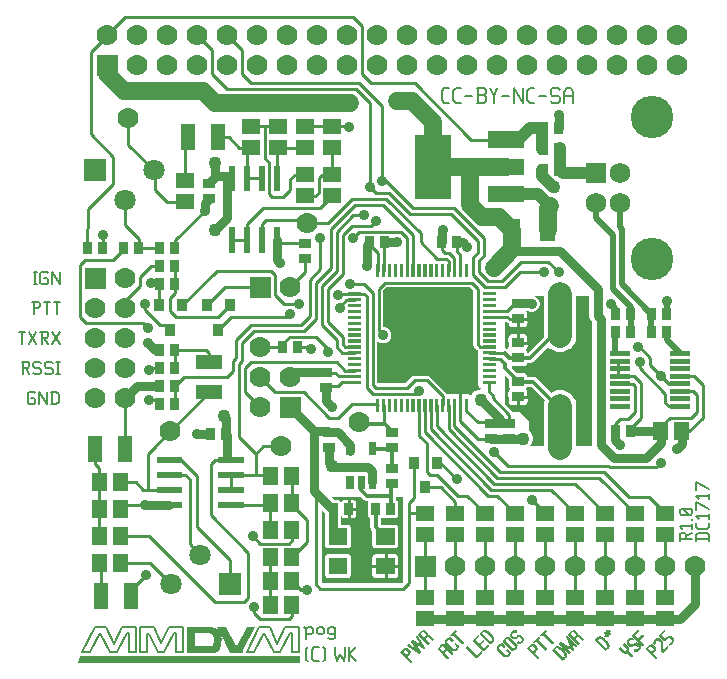
<source format=gbr>
G04 start of page 2 for group 0 idx 0 *
G04 Title: MMDVM_pog, top *
G04 Creator: pcb v4.0.0-ga246c150 *
G04 CreationDate: Wed Apr 26 20:29:48 2017 UTC *
G04 For: wojtek *
G04 Format: Gerber/RS-274X *
G04 PCB-Dimensions (mm): 66.29 58.42 *
G04 PCB-Coordinate-Origin: lower left *
%MOMM*%
%FSLAX43Y43*%
%LNTOP*%
%ADD35C,2.300*%
%ADD34C,1.000*%
%ADD33C,0.800*%
%ADD32C,0.300*%
%ADD31C,2.750*%
%ADD30C,1.500*%
%ADD29C,0.900*%
%ADD28C,1.100*%
%ADD27C,2.000*%
%ADD26C,3.600*%
%ADD25C,1.750*%
%ADD24C,1.800*%
%ADD23C,1.778*%
%ADD22C,0.200*%
%ADD21C,0.500*%
%ADD20C,0.165*%
%ADD19C,0.166*%
%ADD18C,0.350*%
%ADD17C,0.168*%
%ADD16C,0.500*%
%ADD15C,1.016*%
%ADD14C,0.762*%
%ADD13C,1.524*%
%ADD12C,0.250*%
%ADD11C,0.002*%
G54D11*G36*
X32326Y29564D02*Y32644D01*
X32614Y32932D01*
X39670D01*
X39958Y32644D01*
Y28115D01*
X39957Y28100D01*
X39961Y28041D01*
X39975Y27984D01*
X39998Y27929D01*
X40029Y27879D01*
X40029Y27879D01*
X40067Y27834D01*
X40078Y27824D01*
X40299Y27603D01*
X40309Y27592D01*
X40354Y27554D01*
X40354Y27554D01*
X40382Y27536D01*
X40380Y27498D01*
X40384Y27158D01*
X40396Y27108D01*
X40384Y27058D01*
X40380Y26998D01*
X40384Y26658D01*
X40396Y26608D01*
X40384Y26558D01*
X40380Y26498D01*
X40384Y26158D01*
X40396Y26108D01*
X40384Y26058D01*
X40380Y25998D01*
X40384Y25658D01*
X40396Y25608D01*
X40384Y25558D01*
X40380Y25498D01*
X40384Y25158D01*
X40396Y25108D01*
X40384Y25058D01*
X40380Y24998D01*
X40384Y24658D01*
X40398Y24600D01*
X40420Y24545D01*
X40452Y24494D01*
X40491Y24448D01*
X40536Y24409D01*
X40587Y24378D01*
Y24258D01*
X40453Y24248D01*
X40322Y24216D01*
X40198Y24165D01*
X40083Y24095D01*
X39981Y24007D01*
X39893Y23905D01*
X39823Y23790D01*
X39803Y23741D01*
X39794Y23751D01*
X39749Y23790D01*
X39698Y23822D01*
X39642Y23844D01*
X39584Y23858D01*
X39524Y23862D01*
X39184Y23858D01*
X39134Y23846D01*
X39084Y23858D01*
X39024Y23862D01*
X38684Y23858D01*
X38634Y23846D01*
X38584Y23858D01*
X38524Y23862D01*
X38184Y23858D01*
X38134Y23846D01*
X38084Y23858D01*
X38024Y23862D01*
X37716Y23859D01*
X37708Y23872D01*
X37688Y23904D01*
X37688Y23904D01*
X37688Y23904D01*
X37650Y23949D01*
X37639Y23959D01*
X36291Y25307D01*
X36281Y25318D01*
X36236Y25356D01*
X36236Y25356D01*
X36236Y25356D01*
X36207Y25374D01*
X36186Y25387D01*
X36186Y25387D01*
X36186Y25387D01*
X36165Y25396D01*
X36131Y25410D01*
X36131Y25410D01*
X36131Y25410D01*
X36101Y25417D01*
X36074Y25424D01*
X36074D01*
X36074Y25424D01*
X36015Y25428D01*
X36000Y25427D01*
X35014D01*
X34999Y25428D01*
X34940Y25424D01*
X34883Y25410D01*
X34828Y25387D01*
X34778Y25356D01*
X34778Y25356D01*
X34733Y25318D01*
X34723Y25307D01*
X34209Y24792D01*
X31852D01*
X31818Y24826D01*
Y28386D01*
X31835Y28365D01*
X31919Y28294D01*
X32013Y28236D01*
X32115Y28194D01*
X32222Y28168D01*
X32332Y28160D01*
X32442Y28168D01*
X32549Y28194D01*
X32651Y28236D01*
X32745Y28294D01*
X32829Y28365D01*
X32900Y28449D01*
X32958Y28543D01*
X33000Y28645D01*
X33026Y28752D01*
X33032Y28862D01*
X33026Y28972D01*
X33000Y29079D01*
X32958Y29181D01*
X32900Y29275D01*
X32829Y29359D01*
X32745Y29430D01*
X32651Y29488D01*
X32549Y29530D01*
X32442Y29556D01*
X32332Y29564D01*
X32326Y29564D01*
G37*
G36*
X44535Y27453D02*X44534Y27456D01*
X44534Y27456D01*
X44534Y27456D01*
X44509Y27497D01*
X44478Y27533D01*
X44452Y27555D01*
X44442Y27564D01*
X44413Y27582D01*
X44401Y27589D01*
X44394Y27592D01*
X44396Y27593D01*
X44401Y27595D01*
X44442Y27620D01*
X44452Y27629D01*
X44478Y27651D01*
X44509Y27687D01*
X44534Y27728D01*
X44534Y27728D01*
X44534Y27728D01*
X44535Y27731D01*
X44553Y27773D01*
X44564Y27819D01*
X44566Y27851D01*
X44567Y27867D01*
X44566Y28161D01*
X44564Y28665D01*
X44553Y28711D01*
X44540Y28743D01*
X44534Y28756D01*
X44523Y28774D01*
X44509Y28797D01*
X44478Y28833D01*
X44442Y28864D01*
X44411Y28883D01*
X44401Y28889D01*
X44356Y28908D01*
X44310Y28919D01*
X44262Y28922D01*
X43214Y28919D01*
X43168Y28908D01*
X43123Y28889D01*
X43113Y28883D01*
X43082Y28864D01*
X43071Y28854D01*
X43046Y28833D01*
X43036Y28822D01*
X43015Y28797D01*
X42993Y28761D01*
X42990Y28756D01*
X42984Y28743D01*
X42971Y28711D01*
X42960Y28665D01*
X42958Y28634D01*
X42957Y28617D01*
X42960Y27933D01*
X42873Y27846D01*
Y27703D01*
X42842Y27716D01*
X42785Y27730D01*
X42784Y27730D01*
X42751Y27743D01*
X42686Y27759D01*
X42619Y27764D01*
X42619D01*
Y29983D01*
X42745D01*
X42749Y29978D01*
X42771Y29959D01*
X42794Y29940D01*
X42794Y29940D01*
X42794Y29940D01*
X42815Y29927D01*
X42844Y29909D01*
X42844Y29909D01*
X42844Y29909D01*
X42873Y29897D01*
X42899Y29886D01*
X42899Y29886D01*
X42899Y29886D01*
X42933Y29878D01*
X42956Y29872D01*
X42956Y29872D01*
X42956Y29872D01*
X42960Y29872D01*
X42960Y29821D01*
X42971Y29775D01*
X42984Y29743D01*
X42990Y29730D01*
X42993Y29725D01*
X43015Y29689D01*
X43036Y29664D01*
X43046Y29653D01*
X43071Y29632D01*
X43082Y29622D01*
X43113Y29603D01*
X43123Y29597D01*
X43168Y29578D01*
X43214Y29567D01*
X43262Y29564D01*
X44310Y29567D01*
X44356Y29578D01*
X44401Y29597D01*
X44411Y29603D01*
X44442Y29622D01*
X44478Y29653D01*
X44509Y29689D01*
X44523Y29712D01*
X44534Y29730D01*
X44540Y29743D01*
X44553Y29775D01*
X44564Y29821D01*
X44566Y29852D01*
X44567Y29869D01*
X44566Y30162D01*
X44564Y30667D01*
X44553Y30713D01*
X44536Y30755D01*
X44534Y30758D01*
X44534Y30758D01*
X44534Y30758D01*
X44509Y30799D01*
X44478Y30835D01*
X44452Y30857D01*
X44451Y30858D01*
X44701D01*
X44795Y30835D01*
X44905Y30827D01*
X45015Y30835D01*
X45122Y30861D01*
X45224Y30903D01*
X45318Y30961D01*
X45402Y31032D01*
X45473Y31116D01*
X45531Y31210D01*
X45573Y31312D01*
X45599Y31419D01*
X45605Y31529D01*
X45599Y31639D01*
X45573Y31746D01*
X45531Y31848D01*
X45473Y31942D01*
X45402Y32026D01*
X45318Y32097D01*
X45224Y32155D01*
X45201Y32164D01*
X45937D01*
Y28814D01*
X45942Y28722D01*
X44602Y27382D01*
X44560D01*
X44553Y27411D01*
X44535Y27453D01*
G37*
G36*
X42958Y25128D02*X42959Y24895D01*
X42960Y24517D01*
X42971Y24471D01*
X42988Y24429D01*
X42990Y24426D01*
X42990Y24426D01*
X42990Y24426D01*
X43015Y24385D01*
X43041Y24355D01*
X43046Y24349D01*
X43082Y24318D01*
X43123Y24293D01*
X43129Y24290D01*
X43130Y24290D01*
X43123Y24287D01*
X43082Y24262D01*
X43046Y24231D01*
X43015Y24195D01*
X42990Y24154D01*
X42971Y24109D01*
X42960Y24063D01*
X42957Y24015D01*
X42960Y23217D01*
X42971Y23171D01*
X42990Y23126D01*
X43015Y23085D01*
X43046Y23049D01*
X43082Y23018D01*
X43123Y22993D01*
X43168Y22974D01*
X43214Y22963D01*
X43262Y22960D01*
X44310Y22963D01*
X44356Y22974D01*
X44401Y22993D01*
X44442Y23018D01*
X44478Y23049D01*
X44509Y23085D01*
X44534Y23126D01*
X44553Y23171D01*
X44564Y23217D01*
X44567Y23265D01*
X44564Y24063D01*
X44553Y24109D01*
X44534Y24154D01*
X44509Y24195D01*
X44478Y24231D01*
X44442Y24262D01*
X44401Y24287D01*
X44394Y24290D01*
X44396Y24291D01*
X44401Y24293D01*
X44442Y24318D01*
X44452Y24327D01*
X44478Y24349D01*
X44509Y24385D01*
X44534Y24426D01*
X44534Y24426D01*
X44534Y24426D01*
X44535Y24429D01*
X44553Y24471D01*
X44560Y24500D01*
X44856D01*
X46034Y23322D01*
X46000Y23242D01*
X45955Y23053D01*
X45950Y23031D01*
X45937Y22814D01*
Y19464D01*
X44716D01*
X44749Y19493D01*
X44837Y19595D01*
X44907Y19710D01*
X44958Y19834D01*
X44990Y19965D01*
X44998Y20099D01*
X44990Y20233D01*
X44958Y20364D01*
X44907Y20488D01*
X44837Y20603D01*
X44749Y20705D01*
X44651Y20789D01*
Y21623D01*
X43889Y22385D01*
X43277D01*
X43270Y22392D01*
X42619Y23042D01*
Y25467D01*
X42958Y25128D01*
G37*
G36*
X44564Y25350D02*X44564Y25363D01*
X44553Y25409D01*
X44540Y25441D01*
X44534Y25454D01*
X44523Y25472D01*
X44509Y25495D01*
X44478Y25531D01*
X44442Y25562D01*
X44411Y25581D01*
X44401Y25587D01*
X44356Y25606D01*
X44310Y25617D01*
X44262Y25620D01*
X43794Y25618D01*
X43670Y25618D01*
X43248Y26040D01*
Y26263D01*
X43262Y26262D01*
X44310Y26265D01*
X44356Y26276D01*
X44401Y26295D01*
X44411Y26301D01*
X44442Y26320D01*
X44478Y26351D01*
X44509Y26387D01*
X44523Y26410D01*
X44534Y26428D01*
X44540Y26441D01*
X44553Y26473D01*
X44564Y26519D01*
X44565Y26532D01*
X44761D01*
X44778Y26531D01*
X44845Y26536D01*
X44910Y26552D01*
X44965Y26574D01*
X45006Y26584D01*
X45061Y26607D01*
X45111Y26638D01*
X45156Y26676D01*
X45166Y26687D01*
X46327Y27848D01*
X46333Y27840D01*
X46338Y27834D01*
X46504Y27693D01*
X46580Y27647D01*
X46689Y27580D01*
X46890Y27496D01*
X47079Y27451D01*
X47101Y27446D01*
X47126Y27444D01*
X47318Y27429D01*
X47510Y27444D01*
X47535Y27446D01*
X47557Y27451D01*
X47746Y27496D01*
X47947Y27580D01*
X48056Y27647D01*
X48132Y27693D01*
X48298Y27834D01*
X48439Y28000D01*
X48485Y28076D01*
X48552Y28185D01*
X48636Y28386D01*
X48681Y28575D01*
X48686Y28597D01*
X48699Y28814D01*
Y32164D01*
X49807D01*
Y30540D01*
X49805Y30513D01*
X49814Y30405D01*
X49814Y30405D01*
X49839Y30300D01*
X49880Y30201D01*
X49936Y30109D01*
X49985Y30052D01*
Y19464D01*
X48699D01*
Y22814D01*
X48686Y23031D01*
X48681Y23053D01*
X48636Y23242D01*
X48552Y23443D01*
X48485Y23552D01*
X48439Y23628D01*
X48298Y23794D01*
X48132Y23935D01*
X48056Y23981D01*
X47947Y24048D01*
X47746Y24132D01*
X47557Y24177D01*
X47535Y24182D01*
X47510Y24184D01*
X47318Y24199D01*
X47126Y24184D01*
X47101Y24182D01*
X47079Y24177D01*
X46890Y24132D01*
X46689Y24048D01*
X46578Y23980D01*
X45344Y25214D01*
X45333Y25226D01*
X45283Y25270D01*
X45260Y25283D01*
X45226Y25305D01*
X45164Y25330D01*
X45099Y25346D01*
X45032Y25351D01*
X45015Y25350D01*
X44564D01*
G37*
G36*
X32522Y10801D02*X33370Y10802D01*
X33417Y10813D01*
X33461Y10832D01*
X33502Y10857D01*
X33538Y10888D01*
X33569Y10924D01*
X33595Y10965D01*
X33613Y11010D01*
X33624Y11056D01*
X33627Y11104D01*
X33624Y12552D01*
X33613Y12599D01*
X33595Y12643D01*
X33569Y12684D01*
X33538Y12720D01*
X33502Y12751D01*
X33461Y12777D01*
X33417Y12795D01*
X33370Y12806D01*
X33322Y12809D01*
X32522Y12808D01*
Y13368D01*
X32586D01*
Y13377D01*
X32607Y13376D01*
X33397Y13378D01*
X33436Y13388D01*
X33473Y13403D01*
X33507Y13424D01*
X33537Y13450D01*
X33563Y13480D01*
X33584Y13514D01*
X33599Y13551D01*
X33609Y13590D01*
X33611Y13630D01*
X33609Y14670D01*
X33599Y14709D01*
X33584Y14746D01*
X33563Y14780D01*
X33537Y14810D01*
X33507Y14836D01*
X33473Y14857D01*
X33436Y14872D01*
X33407Y14879D01*
Y15146D01*
X33983D01*
Y7929D01*
X33961Y7907D01*
X32522D01*
Y8301D01*
X33370Y8302D01*
X33417Y8313D01*
X33461Y8332D01*
X33502Y8357D01*
X33538Y8388D01*
X33569Y8424D01*
X33595Y8465D01*
X33613Y8509D01*
X33624Y8556D01*
X33627Y8604D01*
X33624Y10052D01*
X33613Y10099D01*
X33595Y10143D01*
X33569Y10184D01*
X33538Y10220D01*
X33502Y10251D01*
X33461Y10276D01*
X33417Y10295D01*
X33370Y10306D01*
X33322Y10309D01*
X32522Y10307D01*
Y10801D01*
G37*
G36*
Y12808D02*X32122Y12807D01*
Y13368D01*
X32522D01*
Y12808D01*
G37*
G36*
X31418Y12284D02*X31420Y11056D01*
X31431Y11010D01*
X31449Y10965D01*
X31475Y10924D01*
X31506Y10888D01*
X31542Y10857D01*
X31583Y10832D01*
X31627Y10813D01*
X31674Y10802D01*
X31722Y10799D01*
X32522Y10801D01*
Y10307D01*
X31674Y10306D01*
X31627Y10295D01*
X31583Y10276D01*
X31542Y10251D01*
X31506Y10220D01*
X31475Y10184D01*
X31449Y10143D01*
X31431Y10099D01*
X31420Y10052D01*
X31417Y10004D01*
X31420Y8556D01*
X31431Y8509D01*
X31449Y8465D01*
X31475Y8424D01*
X31506Y8388D01*
X31542Y8357D01*
X31583Y8332D01*
X31627Y8313D01*
X31674Y8302D01*
X31722Y8299D01*
X32522Y8301D01*
Y7907D01*
X28522D01*
Y8301D01*
X29370Y8302D01*
X29417Y8313D01*
X29461Y8332D01*
X29502Y8357D01*
X29538Y8388D01*
X29569Y8424D01*
X29595Y8465D01*
X29613Y8509D01*
X29624Y8556D01*
X29627Y8604D01*
X29624Y10052D01*
X29613Y10099D01*
X29595Y10143D01*
X29569Y10184D01*
X29538Y10220D01*
X29502Y10251D01*
X29461Y10276D01*
X29417Y10295D01*
X29370Y10306D01*
X29322Y10309D01*
X28522Y10307D01*
Y10801D01*
X29370Y10802D01*
X29417Y10813D01*
X29461Y10832D01*
X29502Y10857D01*
X29538Y10888D01*
X29569Y10924D01*
X29595Y10965D01*
X29613Y11010D01*
X29624Y11056D01*
X29627Y11104D01*
X29624Y12552D01*
X29613Y12599D01*
X29595Y12643D01*
X29569Y12684D01*
X29538Y12720D01*
X29502Y12751D01*
X29461Y12777D01*
X29417Y12795D01*
X29370Y12806D01*
X29322Y12809D01*
X28812Y12808D01*
Y13544D01*
X28824Y13514D01*
X28845Y13480D01*
X28871Y13450D01*
X28901Y13424D01*
X28935Y13403D01*
X28972Y13388D01*
X29011Y13378D01*
X29051Y13376D01*
X29841Y13378D01*
X29880Y13388D01*
X29917Y13403D01*
X29951Y13424D01*
X29981Y13450D01*
X30007Y13480D01*
X30028Y13514D01*
X30043Y13551D01*
X30053Y13590D01*
X30055Y13630D01*
X30053Y14670D01*
X30043Y14709D01*
X30028Y14746D01*
X30007Y14780D01*
X29981Y14810D01*
X29951Y14836D01*
X29917Y14857D01*
X29880Y14872D01*
X29841Y14882D01*
X29801Y14884D01*
X29011Y14882D01*
X28972Y14872D01*
X28935Y14857D01*
X28901Y14836D01*
X28871Y14810D01*
X28845Y14780D01*
X28836Y14765D01*
X28716D01*
X28707Y14780D01*
X28681Y14810D01*
X28651Y14836D01*
X28617Y14857D01*
X28580Y14872D01*
X28541Y14882D01*
X28522Y14883D01*
Y15146D01*
X30461D01*
X30623Y14984D01*
X30634Y14972D01*
X30684Y14928D01*
X30741Y14893D01*
X30803Y14868D01*
X30868Y14852D01*
X30868D01*
X30935Y14847D01*
X30952Y14848D01*
X31177D01*
X31157Y14836D01*
X31127Y14810D01*
X31101Y14780D01*
X31080Y14746D01*
X31065Y14709D01*
X31055Y14670D01*
X31053Y14630D01*
X31055Y13590D01*
X31065Y13551D01*
X31080Y13514D01*
X31101Y13480D01*
X31127Y13450D01*
X31157Y13424D01*
X31191Y13403D01*
X31228Y13388D01*
X31267Y13378D01*
X31272Y13378D01*
Y12623D01*
X31271Y12606D01*
X31276Y12539D01*
Y12539D01*
X31292Y12474D01*
X31317Y12412D01*
X31352Y12355D01*
X31396Y12305D01*
X31408Y12294D01*
X31418Y12284D01*
G37*
G36*
X28522Y14883D02*X28501Y14884D01*
X28231Y14883D01*
X27968Y15146D01*
X28522D01*
Y14883D01*
G37*
G36*
Y7907D02*X27125D01*
Y14049D01*
X27440Y13734D01*
Y12621D01*
X27431Y12599D01*
X27420Y12552D01*
X27417Y12504D01*
X27420Y11056D01*
X27431Y11010D01*
X27449Y10965D01*
X27475Y10924D01*
X27506Y10888D01*
X27542Y10857D01*
X27583Y10832D01*
X27627Y10813D01*
X27674Y10802D01*
X27722Y10799D01*
X28522Y10801D01*
Y10307D01*
X27674Y10306D01*
X27627Y10295D01*
X27583Y10276D01*
X27542Y10251D01*
X27506Y10220D01*
X27475Y10184D01*
X27449Y10143D01*
X27431Y10099D01*
X27420Y10052D01*
X27417Y10004D01*
X27420Y8556D01*
X27431Y8509D01*
X27449Y8465D01*
X27475Y8424D01*
X27506Y8388D01*
X27542Y8357D01*
X27583Y8332D01*
X27627Y8313D01*
X27674Y8302D01*
X27722Y8299D01*
X28522Y8301D01*
Y7907D01*
G37*
G36*
X6706Y1659D02*X25293D01*
Y1115D01*
X6477Y1120D01*
X6706Y1659D01*
G37*
G36*
X17179Y4176D02*X17752D01*
X17829Y4175D01*
X18374Y4003D01*
X18408Y3973D01*
X18313Y4163D01*
X19063D01*
X19877Y2492D01*
X20005D01*
X20806Y4154D01*
X21514D01*
X20512Y2163D01*
X20505Y2153D01*
X20485Y2104D01*
X20485Y2103D01*
X20484Y2102D01*
X20479Y2077D01*
X20472Y2052D01*
X20472Y2052D01*
X20472Y2051D01*
X20470Y2025D01*
X20468Y2000D01*
X20468Y1999D01*
X20468Y1998D01*
X20470Y1972D01*
X20471Y1971D01*
X20460Y1950D01*
X19409D01*
X18635Y3511D01*
X18642Y3470D01*
X18659Y3016D01*
X18658Y2970D01*
X18653Y2872D01*
X18631Y2576D01*
X18543Y2260D01*
X18320Y2044D01*
X18000Y1951D01*
X17893Y1946D01*
X17179Y1943D01*
Y2500D01*
X17663Y2501D01*
X17818Y2571D01*
X17931Y2647D01*
X17981Y2934D01*
X17984Y3017D01*
X17982Y3086D01*
X17939Y3428D01*
X17799Y3546D01*
X17646Y3605D01*
X17179Y3605D01*
Y4176D01*
G37*
G36*
X15731D02*X17179D01*
Y3605D01*
X16374Y3605D01*
X16374Y2497D01*
X17179Y2500D01*
Y1943D01*
X15731Y1938D01*
X15734Y1948D01*
X15738Y2001D01*
X15737Y2014D01*
Y4099D01*
X15738Y4112D01*
X15734Y4165D01*
X15731Y4176D01*
G37*
G36*
X32522Y10801D02*X33370Y10802D01*
X33417Y10813D01*
X33461Y10832D01*
X33502Y10857D01*
X33538Y10888D01*
X33569Y10924D01*
X33595Y10965D01*
X33613Y11010D01*
X33624Y11056D01*
X33627Y11104D01*
X33624Y12552D01*
X33613Y12599D01*
X33595Y12643D01*
X33569Y12684D01*
X33538Y12720D01*
X33502Y12751D01*
X33461Y12777D01*
X33417Y12795D01*
X33370Y12806D01*
X33322Y12809D01*
X32522Y12808D01*
Y13368D01*
X32586D01*
Y13377D01*
X32607Y13376D01*
X33397Y13378D01*
X33436Y13388D01*
X33473Y13403D01*
X33507Y13424D01*
X33537Y13450D01*
X33563Y13480D01*
X33584Y13514D01*
X33599Y13551D01*
X33609Y13590D01*
X33611Y13630D01*
X33609Y14670D01*
X33599Y14709D01*
X33584Y14746D01*
X33563Y14780D01*
X33537Y14810D01*
X33507Y14836D01*
X33473Y14857D01*
X33436Y14872D01*
X33407Y14879D01*
Y15146D01*
X33983D01*
Y7929D01*
X33961Y7907D01*
X32522D01*
Y8301D01*
X33370Y8302D01*
X33417Y8313D01*
X33461Y8332D01*
X33502Y8357D01*
X33538Y8388D01*
X33569Y8424D01*
X33595Y8465D01*
X33613Y8509D01*
X33624Y8556D01*
X33627Y8604D01*
X33624Y10052D01*
X33613Y10099D01*
X33595Y10143D01*
X33569Y10184D01*
X33538Y10220D01*
X33502Y10251D01*
X33461Y10276D01*
X33417Y10295D01*
X33370Y10306D01*
X33322Y10309D01*
X32522Y10307D01*
Y10801D01*
G37*
G36*
Y12808D02*X32122Y12807D01*
Y13368D01*
X32522D01*
Y12808D01*
G37*
G36*
X31418Y12284D02*X31420Y11056D01*
X31431Y11010D01*
X31449Y10965D01*
X31475Y10924D01*
X31506Y10888D01*
X31542Y10857D01*
X31583Y10832D01*
X31627Y10813D01*
X31674Y10802D01*
X31722Y10799D01*
X32522Y10801D01*
Y10307D01*
X31674Y10306D01*
X31627Y10295D01*
X31583Y10276D01*
X31542Y10251D01*
X31506Y10220D01*
X31475Y10184D01*
X31449Y10143D01*
X31431Y10099D01*
X31420Y10052D01*
X31417Y10004D01*
X31420Y8556D01*
X31431Y8509D01*
X31449Y8465D01*
X31475Y8424D01*
X31506Y8388D01*
X31542Y8357D01*
X31583Y8332D01*
X31627Y8313D01*
X31674Y8302D01*
X31722Y8299D01*
X32522Y8301D01*
Y7907D01*
X28522D01*
Y8301D01*
X29370Y8302D01*
X29417Y8313D01*
X29461Y8332D01*
X29502Y8357D01*
X29538Y8388D01*
X29569Y8424D01*
X29595Y8465D01*
X29613Y8509D01*
X29624Y8556D01*
X29627Y8604D01*
X29624Y10052D01*
X29613Y10099D01*
X29595Y10143D01*
X29569Y10184D01*
X29538Y10220D01*
X29502Y10251D01*
X29461Y10276D01*
X29417Y10295D01*
X29370Y10306D01*
X29322Y10309D01*
X28522Y10307D01*
Y10801D01*
X29370Y10802D01*
X29417Y10813D01*
X29461Y10832D01*
X29502Y10857D01*
X29538Y10888D01*
X29569Y10924D01*
X29595Y10965D01*
X29613Y11010D01*
X29624Y11056D01*
X29627Y11104D01*
X29624Y12552D01*
X29613Y12599D01*
X29595Y12643D01*
X29569Y12684D01*
X29538Y12720D01*
X29502Y12751D01*
X29461Y12777D01*
X29417Y12795D01*
X29370Y12806D01*
X29322Y12809D01*
X28812Y12808D01*
Y13544D01*
X28824Y13514D01*
X28845Y13480D01*
X28871Y13450D01*
X28901Y13424D01*
X28935Y13403D01*
X28972Y13388D01*
X29011Y13378D01*
X29051Y13376D01*
X29841Y13378D01*
X29880Y13388D01*
X29917Y13403D01*
X29951Y13424D01*
X29981Y13450D01*
X30007Y13480D01*
X30028Y13514D01*
X30043Y13551D01*
X30053Y13590D01*
X30055Y13630D01*
X30053Y14670D01*
X30043Y14709D01*
X30028Y14746D01*
X30007Y14780D01*
X29981Y14810D01*
X29951Y14836D01*
X29917Y14857D01*
X29880Y14872D01*
X29841Y14882D01*
X29801Y14884D01*
X29011Y14882D01*
X28972Y14872D01*
X28935Y14857D01*
X28901Y14836D01*
X28871Y14810D01*
X28845Y14780D01*
X28836Y14765D01*
X28716D01*
X28707Y14780D01*
X28681Y14810D01*
X28651Y14836D01*
X28617Y14857D01*
X28580Y14872D01*
X28541Y14882D01*
X28522Y14883D01*
Y15146D01*
X30461D01*
X30623Y14984D01*
X30634Y14972D01*
X30684Y14928D01*
X30741Y14893D01*
X30803Y14868D01*
X30868Y14852D01*
X30868D01*
X30935Y14847D01*
X30952Y14848D01*
X31177D01*
X31157Y14836D01*
X31127Y14810D01*
X31101Y14780D01*
X31080Y14746D01*
X31065Y14709D01*
X31055Y14670D01*
X31053Y14630D01*
X31055Y13590D01*
X31065Y13551D01*
X31080Y13514D01*
X31101Y13480D01*
X31127Y13450D01*
X31157Y13424D01*
X31191Y13403D01*
X31228Y13388D01*
X31267Y13378D01*
X31272Y13378D01*
Y12623D01*
X31271Y12606D01*
X31276Y12539D01*
Y12539D01*
X31292Y12474D01*
X31317Y12412D01*
X31352Y12355D01*
X31396Y12305D01*
X31408Y12294D01*
X31418Y12284D01*
G37*
G36*
X28522Y14883D02*X28501Y14884D01*
X28231Y14883D01*
X27968Y15146D01*
X28522D01*
Y14883D01*
G37*
G36*
Y7907D02*X27125D01*
Y14049D01*
X27440Y13734D01*
Y12621D01*
X27431Y12599D01*
X27420Y12552D01*
X27417Y12504D01*
X27420Y11056D01*
X27431Y11010D01*
X27449Y10965D01*
X27475Y10924D01*
X27506Y10888D01*
X27542Y10857D01*
X27583Y10832D01*
X27627Y10813D01*
X27674Y10802D01*
X27722Y10799D01*
X28522Y10801D01*
Y10307D01*
X27674Y10306D01*
X27627Y10295D01*
X27583Y10276D01*
X27542Y10251D01*
X27506Y10220D01*
X27475Y10184D01*
X27449Y10143D01*
X27431Y10099D01*
X27420Y10052D01*
X27417Y10004D01*
X27420Y8556D01*
X27431Y8509D01*
X27449Y8465D01*
X27475Y8424D01*
X27506Y8388D01*
X27542Y8357D01*
X27583Y8332D01*
X27627Y8313D01*
X27674Y8302D01*
X27722Y8299D01*
X28522Y8301D01*
Y7907D01*
G37*
G36*
X34250Y2397D02*X34326Y2404D01*
X34337Y2402D01*
X34340D01*
X34378Y2394D01*
X34384Y2393D01*
X34388D01*
X34424Y2376D01*
X34426Y2373D01*
X34632Y2167D01*
X34634Y2164D01*
X34661Y2113D01*
X34663Y2105D01*
X34665Y2099D01*
X34673Y2041D01*
Y1994D01*
X34636Y1881D01*
X34629Y1869D01*
X34620Y1858D01*
X34528Y1742D01*
X34517Y1731D01*
X34425Y1639D01*
X34795Y1268D01*
X34797Y1267D01*
X34803Y1245D01*
Y1242D01*
X34801Y1240D01*
X34790Y1213D01*
X34789Y1210D01*
X34787Y1208D01*
X34769Y1181D01*
X34768Y1179D01*
X34765Y1177D01*
X34750Y1158D01*
X34749Y1156D01*
X34745Y1154D01*
X34702Y1118D01*
X34696Y1114D01*
X34691Y1111D01*
X34645Y1112D01*
X34643Y1115D01*
X34250Y1508D01*
Y1821D01*
X34311Y1760D01*
X34453Y1902D01*
X34457Y1908D01*
X34477Y1953D01*
Y1968D01*
X34476Y1975D01*
X34462Y2025D01*
X34460Y2027D01*
X34291Y2194D01*
X34287Y2198D01*
X34250Y2209D01*
Y2397D01*
G37*
G36*
X33827Y2077D02*Y2078D01*
X33844Y2095D01*
X33846Y2096D01*
X33848Y2099D01*
X33870Y2124D01*
X33872Y2126D01*
X33901Y2154D01*
X33920Y2174D01*
X33927Y2182D01*
X34007Y2256D01*
X34016Y2263D01*
X34023Y2271D01*
X34105Y2336D01*
X34115Y2340D01*
X34123Y2347D01*
X34213Y2390D01*
X34222Y2393D01*
X34231Y2395D01*
X34250Y2397D01*
Y2209D01*
X34243Y2210D01*
X34239Y2209D01*
X34233D01*
X34184Y2190D01*
X34180Y2186D01*
X34174Y2183D01*
X34123Y2146D01*
X34119Y2140D01*
X34114Y2136D01*
X34074Y2099D01*
X34071Y2095D01*
X34023Y2048D01*
X34250Y1821D01*
Y1508D01*
X33791Y1967D01*
X33787Y1971D01*
X33788Y2015D01*
X33792Y2021D01*
X33795Y2027D01*
X33824Y2074D01*
X33827Y2077D01*
G37*
G36*
X47607Y1316D02*X47604Y1315D01*
X47569Y1300D01*
X47565Y1298D01*
X47560D01*
X47530Y1302D01*
X47312Y1520D01*
Y1834D01*
X47604Y1542D01*
X47708Y1646D01*
Y1647D01*
X47711Y1659D01*
X47712Y1661D01*
Y1664D01*
X47715Y1686D01*
Y1716D01*
X47694Y1797D01*
X47690Y1807D01*
X47686Y1817D01*
X47635Y1909D01*
X47629Y1917D01*
X47622Y1927D01*
X47555Y2007D01*
X47548Y2014D01*
X47540Y2022D01*
X47475Y2091D01*
X47469Y2096D01*
X47458Y2107D01*
X47343Y2208D01*
X47332Y2216D01*
X47319Y2226D01*
X47312Y2230D01*
Y2486D01*
X47358Y2464D01*
X47368Y2459D01*
X47376Y2455D01*
X47456Y2406D01*
X47464Y2401D01*
X47471Y2395D01*
X47526Y2350D01*
X47530Y2346D01*
X47625Y2251D01*
X47719Y2155D01*
X47723Y2151D01*
X47770Y2096D01*
X47776Y2088D01*
X47781Y2082D01*
X47831Y2004D01*
X47836Y1994D01*
X47840Y1986D01*
X47884Y1892D01*
X47888Y1881D01*
X47891Y1872D01*
X47912Y1772D01*
X47913Y1762D01*
Y1752D01*
X47902Y1651D01*
X47899Y1640D01*
X47897Y1630D01*
X47840Y1540D01*
X47832Y1530D01*
X47828Y1527D01*
X47825Y1526D01*
X47789Y1489D01*
X47784Y1483D01*
X47778Y1479D01*
X47723Y1426D01*
X47718Y1421D01*
X47711Y1417D01*
X47655Y1363D01*
X47650Y1358D01*
X47644Y1354D01*
X47609Y1319D01*
X47607Y1316D01*
G37*
G36*
X47312Y1520D02*X46674Y2158D01*
X46676Y2205D01*
X46680Y2210D01*
X46682Y2217D01*
X46710Y2264D01*
X46714Y2267D01*
X46909Y2462D01*
X46915Y2470D01*
X47004Y2522D01*
X47014Y2525D01*
X47023Y2529D01*
X47122Y2539D01*
X47133Y2537D01*
X47143D01*
X47244Y2515D01*
X47254Y2511D01*
X47264Y2508D01*
X47312Y2486D01*
Y2230D01*
X47187Y2310D01*
X47173Y2317D01*
X47170Y2318D01*
X47143Y2326D01*
X47140Y2328D01*
X47136Y2329D01*
X47095Y2339D01*
X47090D01*
X47085Y2340D01*
X47042Y2343D01*
X47040Y2342D01*
X47028D01*
X47000Y2328D01*
X46998Y2325D01*
X46910Y2237D01*
X47312Y1834D01*
Y1520D01*
G37*
G36*
X55030Y2680D02*X55105Y2686D01*
X55116Y2685D01*
X55127D01*
X55159Y2676D01*
X55164Y2675D01*
X55169D01*
X55203Y2659D01*
X55206Y2656D01*
X55412Y2450D01*
X55415Y2448D01*
X55441Y2395D01*
X55444Y2388D01*
X55446Y2382D01*
X55454Y2335D01*
Y2277D01*
X55415Y2164D01*
X55408Y2151D01*
X55400Y2140D01*
X55309Y2026D01*
X55298Y2014D01*
X55206Y1921D01*
X55575Y1551D01*
X55577Y1549D01*
X55582Y1527D01*
Y1524D01*
X55581Y1523D01*
X55571Y1496D01*
X55570Y1493D01*
X55568Y1491D01*
X55550Y1464D01*
X55549Y1461D01*
X55546Y1460D01*
X55529Y1440D01*
X55528Y1439D01*
X55524Y1436D01*
X55481Y1402D01*
X55476Y1398D01*
X55470Y1395D01*
X55425D01*
X55422Y1398D01*
X55030Y1790D01*
Y2103D01*
X55090Y2042D01*
X55232Y2184D01*
X55236Y2190D01*
X55257Y2245D01*
Y2251D01*
X55256Y2259D01*
X55242Y2307D01*
X55239Y2310D01*
X55071Y2478D01*
X55066Y2482D01*
X55030Y2492D01*
Y2680D01*
G37*
G36*
X54608Y2361D02*Y2362D01*
X54623Y2377D01*
X54626Y2379D01*
X54627Y2382D01*
X54650Y2406D01*
X54653Y2409D01*
X54700Y2456D01*
X54707Y2464D01*
X54787Y2539D01*
X54795Y2546D01*
X54803Y2554D01*
X54886Y2618D01*
X54896Y2623D01*
X54904Y2630D01*
X54992Y2672D01*
X55002Y2675D01*
X55010Y2678D01*
X55030Y2680D01*
Y2492D01*
X55024Y2493D01*
X55020Y2492D01*
X55014D01*
X54965Y2472D01*
X54961Y2468D01*
X54955Y2466D01*
X54903Y2428D01*
X54898Y2423D01*
X54893Y2419D01*
X54853Y2382D01*
X54850Y2377D01*
X54803Y2330D01*
X55030Y2103D01*
Y1790D01*
X54570Y2249D01*
X54568Y2254D01*
X54569Y2299D01*
X54573Y2304D01*
X54576Y2311D01*
X54605Y2358D01*
X54608Y2361D01*
G37*
G36*
X56627Y2540D02*X56621Y2537D01*
X56576Y2524D01*
X56572D01*
X56567Y2525D01*
X56534Y2543D01*
X56527Y2550D01*
X56510Y2601D01*
X56511Y2608D01*
Y2625D01*
X56538Y2675D01*
X56544Y2679D01*
X56769Y2904D01*
X56770Y2906D01*
X56782Y2930D01*
X56784Y2933D01*
Y2937D01*
X56789Y2962D01*
Y2980D01*
X56785Y3006D01*
Y3009D01*
X56784Y3011D01*
X56773Y3032D01*
X56604Y3200D01*
X56602Y3203D01*
X56572Y3214D01*
X56569Y3213D01*
X56556D01*
X56526Y3205D01*
X56523Y3203D01*
X56518Y3201D01*
X56476Y3179D01*
X56472Y3177D01*
X56468Y3175D01*
X56436Y3152D01*
X56434Y3149D01*
X56431Y3148D01*
X56395Y3113D01*
X56391Y3108D01*
X56385Y3104D01*
X56332Y3053D01*
X56326Y3047D01*
X56319Y3043D01*
X56265Y2991D01*
X56261Y2985D01*
X56256Y2981D01*
X56222Y2949D01*
X56220Y2947D01*
X56217Y2945D01*
X56181Y2930D01*
X56177Y2929D01*
X56173D01*
X56144Y2931D01*
X56143Y2933D01*
X55698Y3379D01*
X55695Y3382D01*
X55696Y3428D01*
X55699Y3433D01*
X55702Y3440D01*
X55731Y3487D01*
X56115Y3871D01*
X56119Y3877D01*
X56176Y3901D01*
X56183Y3900D01*
X56197D01*
X56234Y3885D01*
X56238Y3881D01*
X56239Y3879D01*
X56257Y3841D01*
X56258Y3835D01*
X56260Y3831D01*
X56250Y3786D01*
X56246Y3782D01*
X55927Y3462D01*
X56217Y3172D01*
X56225Y3181D01*
X56308Y3254D01*
X56316Y3261D01*
X56325Y3269D01*
X56412Y3335D01*
X56421Y3341D01*
X56430Y3347D01*
X56523Y3394D01*
X56533Y3397D01*
X56541Y3401D01*
X56638Y3409D01*
X56649Y3408D01*
X56660D01*
X56691Y3400D01*
X56697Y3399D01*
X56701D01*
X56737Y3381D01*
X56740Y3378D01*
X56946Y3172D01*
X56952Y3167D01*
X56986Y3094D01*
X56987Y3084D01*
Y3076D01*
X56981Y2984D01*
X56978Y2973D01*
X56975Y2963D01*
X56937Y2868D01*
X56931Y2858D01*
X56926Y2850D01*
X56862Y2764D01*
X56855Y2756D01*
X56847Y2750D01*
X56844Y2748D01*
X56808Y2711D01*
X56804Y2705D01*
X56799Y2701D01*
X56742Y2650D01*
X56737Y2645D01*
X56730Y2639D01*
X56675Y2585D01*
X56669Y2580D01*
X56664Y2576D01*
X56628Y2543D01*
X56627Y2540D01*
G37*
G36*
X55986Y1963D02*X55951Y1997D01*
X55940Y2008D01*
X55862Y2140D01*
X55858Y2155D01*
X55852Y2172D01*
X55838Y2342D01*
X55841Y2359D01*
Y2362D01*
X55847Y2397D01*
X55848Y2402D01*
Y2408D01*
X55855Y2470D01*
X55856Y2476D01*
Y2484D01*
X55865Y2546D01*
X55866Y2551D01*
Y2558D01*
X55872Y2595D01*
X55873Y2596D01*
X55874Y2608D01*
Y2736D01*
X55873Y2748D01*
X55831Y2844D01*
X55824Y2851D01*
X55641Y3036D01*
X55636Y3042D01*
X55567Y3053D01*
X55560Y3048D01*
X55552Y3046D01*
X55481Y2999D01*
X55476Y2992D01*
X55469Y2986D01*
X55428Y2929D01*
X55426Y2923D01*
X55423Y2919D01*
X55419Y2875D01*
X55421Y2871D01*
Y2868D01*
X55433Y2829D01*
X55436Y2825D01*
X55437Y2822D01*
X55454Y2788D01*
X55455Y2784D01*
Y2781D01*
X55454Y2741D01*
Y2736D01*
X55452Y2733D01*
X55419Y2686D01*
X55415Y2680D01*
X55403Y2668D01*
X55294Y2654D01*
X55284Y2664D01*
X55277Y2671D01*
X55232Y2748D01*
X55229Y2756D01*
X55226Y2766D01*
X55222Y2861D01*
X55225Y2871D01*
X55226Y2882D01*
X55262Y2984D01*
X55268Y2993D01*
X55273Y3004D01*
X55348Y3104D01*
X55357Y3112D01*
X55364Y3120D01*
X55450Y3185D01*
X55460Y3190D01*
X55469Y3197D01*
X55567Y3240D01*
X55578Y3243D01*
X55588Y3246D01*
X55681Y3252D01*
X55691Y3251D01*
X55699D01*
X55774Y3217D01*
X55780Y3210D01*
X55998Y2992D01*
X56005Y2985D01*
X56057Y2891D01*
X56060Y2880D01*
X56061Y2871D01*
X56073Y2756D01*
Y2744D01*
X56071Y2733D01*
X56059Y2610D01*
X56057Y2596D01*
X56055Y2585D01*
X56038Y2463D01*
X56037Y2450D01*
X56035Y2439D01*
X56033Y2325D01*
X56034Y2314D01*
Y2304D01*
X56067Y2213D01*
X56073Y2205D01*
X56368Y2500D01*
X56425Y2525D01*
X56432Y2524D01*
X56438D01*
X56485Y2504D01*
X56489Y2500D01*
X56490Y2499D01*
X56510Y2466D01*
X56511Y2460D01*
X56512Y2456D01*
X56498Y2409D01*
X56494Y2405D01*
X56064Y1974D01*
X56061Y1972D01*
X56028Y1959D01*
X56026Y1957D01*
X56020D01*
X55987Y1963D01*
X55986D01*
G37*
G36*
X47285Y2832D02*X47288Y2836D01*
X47333Y2863D01*
X47339Y2864D01*
X47344Y2867D01*
X47390Y2868D01*
X47394Y2867D01*
X48172Y2488D01*
X48179Y2494D01*
X47800Y3274D01*
X47799Y3279D01*
X47804Y3327D01*
X47807Y3332D01*
X47808Y3339D01*
X47839Y3388D01*
X47843Y3390D01*
X47846Y3393D01*
X47890Y3421D01*
X47897Y3423D01*
X47902Y3426D01*
X47948D01*
X47950Y3423D01*
X48799Y2573D01*
X48802Y2570D01*
Y2524D01*
X48799Y2517D01*
X48795Y2512D01*
X48762Y2471D01*
X48760Y2467D01*
X48757Y2466D01*
X48738Y2448D01*
X48736Y2445D01*
X48733Y2443D01*
X48706Y2426D01*
X48703Y2424D01*
X48700Y2423D01*
X48675Y2414D01*
X48673Y2413D01*
X48670D01*
X48648Y2419D01*
X48646Y2420D01*
X48295Y2771D01*
X48513Y2309D01*
X48517Y2299D01*
X48492Y2200D01*
X48482Y2189D01*
X48476Y2183D01*
X48424Y2146D01*
X48420Y2144D01*
X48416Y2143D01*
X48364Y2151D01*
X48358Y2154D01*
X47895Y2372D01*
X48248Y2019D01*
X48254Y1997D01*
Y1994D01*
X48252Y1993D01*
X48243Y1965D01*
X48241Y1961D01*
X48240Y1960D01*
X48222Y1932D01*
X48220Y1930D01*
X48218Y1928D01*
X48201Y1909D01*
Y1908D01*
X48197Y1905D01*
X48153Y1870D01*
X48148Y1866D01*
X48142Y1863D01*
X48096Y1865D01*
X48094Y1867D01*
X47244Y2718D01*
X47242Y2719D01*
X47237Y2736D01*
Y2743D01*
X47246Y2770D01*
X47248Y2773D01*
X47249Y2777D01*
X47263Y2805D01*
X47264Y2806D01*
X47265Y2809D01*
X47282Y2831D01*
X47285Y2832D01*
G37*
G36*
X48446Y3893D02*X48522Y3900D01*
X48533Y3899D01*
X48536D01*
X48574Y3890D01*
X48580Y3889D01*
X48584D01*
X48619Y3872D01*
X48622Y3870D01*
X48828Y3663D01*
X48831Y3662D01*
X48848Y3627D01*
X48849Y3623D01*
Y3620D01*
X48857Y3578D01*
X48858Y3572D01*
Y3568D01*
X48863Y3529D01*
X48864Y3525D01*
Y3522D01*
X48872Y3499D01*
X48874Y3498D01*
X48896Y3491D01*
X48900Y3489D01*
X48911D01*
X48941Y3488D01*
X48945Y3487D01*
X48949D01*
X48989Y3481D01*
X48994Y3480D01*
X48996D01*
X49027Y3466D01*
X49030Y3463D01*
X49359Y3133D01*
X49361Y3130D01*
Y3083D01*
X49359Y3076D01*
X49355Y3072D01*
X49322Y3030D01*
X49319Y3026D01*
X49316Y3025D01*
X49297Y3007D01*
X49295Y3004D01*
X49293Y3003D01*
X49265Y2985D01*
X49262Y2984D01*
X49260D01*
X49235Y2974D01*
X49232Y2973D01*
X49229D01*
X49208Y2978D01*
X49207Y2980D01*
X48898Y3288D01*
X48896Y3291D01*
X48864Y3301D01*
X48860Y3299D01*
X48856Y3301D01*
X48816Y3291D01*
X48812Y3288D01*
X48806Y3287D01*
X48765Y3266D01*
X48761Y3263D01*
X48757Y3262D01*
X48725Y3236D01*
X48723Y3233D01*
X48722D01*
X48704Y3214D01*
X48703Y3211D01*
X48700Y3210D01*
X48677Y3184D01*
X48674Y3181D01*
X48671Y3179D01*
X48646Y3152D01*
X48645Y3149D01*
X48642Y3148D01*
X48626Y3131D01*
Y3130D01*
X48991Y2764D01*
X48992Y2763D01*
X48999Y2741D01*
Y2738D01*
X48998Y2737D01*
X48987Y2709D01*
X48985Y2707D01*
X48984Y2704D01*
X48966Y2678D01*
X48965Y2675D01*
X48962Y2672D01*
X48947Y2653D01*
X48945Y2652D01*
X48941Y2649D01*
X48898Y2614D01*
X48893Y2610D01*
X48887Y2608D01*
X48842Y2609D01*
X48839Y2612D01*
X48446Y3005D01*
Y3318D01*
X48507Y3256D01*
X48649Y3399D01*
X48653Y3403D01*
X48673Y3458D01*
Y3480D01*
X48659Y3521D01*
X48656Y3524D01*
X48488Y3691D01*
X48484Y3695D01*
X48446Y3705D01*
Y3893D01*
G37*
G36*
X48023Y3574D02*Y3575D01*
X48040Y3592D01*
X48043Y3593D01*
X48044Y3596D01*
X48066Y3620D01*
X48069Y3622D01*
X48117Y3670D01*
X48124Y3678D01*
X48204Y3753D01*
X48212Y3759D01*
X48219Y3768D01*
X48302Y3833D01*
X48311Y3837D01*
X48320Y3844D01*
X48409Y3886D01*
X48419Y3889D01*
X48427Y3892D01*
X48446Y3893D01*
Y3705D01*
X48440Y3707D01*
X48436Y3706D01*
X48430D01*
X48380Y3685D01*
X48376Y3681D01*
X48371Y3678D01*
X48320Y3642D01*
X48316Y3637D01*
X48310Y3633D01*
X48269Y3596D01*
X48266Y3592D01*
X48219Y3544D01*
X48446Y3318D01*
Y3005D01*
X47988Y3463D01*
X47984Y3466D01*
X47985Y3512D01*
X47989Y3517D01*
X47992Y3524D01*
X48021Y3571D01*
X48023Y3574D01*
G37*
G36*
X53978Y3881D02*X53979Y3879D01*
X53997Y3841D01*
X54000Y3835D01*
X54001Y3831D01*
X53990Y3786D01*
X53986Y3782D01*
X53668Y3462D01*
X53960Y3170D01*
X54258Y3467D01*
X54263Y3473D01*
X54321Y3498D01*
X54328Y3496D01*
X54334D01*
X54380Y3477D01*
X54384Y3473D01*
X54386Y3472D01*
X54405Y3434D01*
X54407Y3429D01*
X54408Y3425D01*
X54397Y3378D01*
X54393Y3374D01*
X54070Y3051D01*
X54442Y2680D01*
X54444Y2679D01*
X54449Y2657D01*
Y2654D01*
X54448Y2653D01*
X54437Y2625D01*
X54435Y2621D01*
X54434Y2620D01*
X54416Y2592D01*
X54415Y2590D01*
X54412Y2588D01*
X54397Y2569D01*
X54396Y2568D01*
X54391Y2565D01*
X54349Y2530D01*
X54343Y2526D01*
X54338Y2524D01*
X54292Y2525D01*
X54289Y2528D01*
X53438Y3379D01*
X53435Y3382D01*
X53437Y3428D01*
X53440Y3433D01*
X53443Y3440D01*
X53471Y3487D01*
X53474Y3489D01*
X53855Y3871D01*
X53861Y3877D01*
X53917Y3901D01*
X53924Y3900D01*
X53936D01*
X53974Y3885D01*
X53978Y3881D01*
G37*
G36*
X53581Y2107D02*X53551Y2138D01*
X53548Y2142D01*
X53551Y2190D01*
X53553Y2196D01*
X53555Y2202D01*
X53585Y2251D01*
X53589Y2254D01*
X53596Y2262D01*
X53661Y2292D01*
X53666Y2291D01*
X53672Y2289D01*
X53727Y2268D01*
X53733Y2266D01*
X53738Y2263D01*
X53800Y2249D01*
X53807Y2248D01*
X53831D01*
X53895Y2296D01*
X53905Y2304D01*
X53908Y2309D01*
X53932Y2339D01*
X53935Y2342D01*
X53936Y2346D01*
X53957Y2383D01*
X53960Y2386D01*
X53961Y2390D01*
X53968Y2417D01*
Y2435D01*
X53954Y2462D01*
X53953Y2464D01*
X53785Y2631D01*
X53779Y2637D01*
X53726Y2653D01*
X53720Y2652D01*
X53713Y2650D01*
X53653Y2620D01*
X53647Y2614D01*
X53640Y2610D01*
X53580Y2561D01*
X53574Y2555D01*
X53567Y2551D01*
X53512Y2511D01*
X53508Y2508D01*
X53501Y2505D01*
X53434Y2476D01*
X53427Y2474D01*
X53419Y2472D01*
X53345Y2457D01*
X53339Y2456D01*
X53330D01*
X53261Y2462D01*
X53256Y2463D01*
X53249Y2464D01*
X53197Y2492D01*
X53192Y2496D01*
X52993Y2697D01*
X52986Y2703D01*
X52953Y2776D01*
Y2784D01*
X52951Y2794D01*
X52962Y2886D01*
X52967Y2896D01*
X52969Y2906D01*
X53011Y3002D01*
X53017Y3011D01*
X53023Y3021D01*
X53088Y3106D01*
X53096Y3113D01*
X53104Y3123D01*
X53198Y3194D01*
X53209Y3200D01*
X53219Y3205D01*
X53320Y3243D01*
X53332Y3244D01*
X53341Y3247D01*
X53437Y3246D01*
X53446Y3243D01*
X53454Y3242D01*
X53531Y3200D01*
X53538Y3193D01*
X53566Y3164D01*
X53567Y3160D01*
X53566Y3112D01*
X53565Y3106D01*
X53562Y3102D01*
X53529Y3061D01*
X53526Y3057D01*
X53518Y3048D01*
X53450Y3014D01*
X53445D01*
X53439Y3016D01*
X53385Y3033D01*
X53381Y3036D01*
X53376Y3039D01*
X53318Y3055D01*
X53312D01*
X53306Y3057D01*
X53228Y3011D01*
X53220Y3002D01*
X53217Y2999D01*
X53191Y2968D01*
X53188Y2964D01*
X53186Y2962D01*
X53164Y2923D01*
X53162Y2919D01*
X53160Y2916D01*
X53150Y2878D01*
Y2865D01*
X53162Y2839D01*
X53165Y2836D01*
X53333Y2668D01*
X53337Y2664D01*
X53387Y2647D01*
X53392D01*
X53398Y2649D01*
X53453Y2675D01*
X53460Y2678D01*
X53465Y2682D01*
X53520Y2725D01*
X53526Y2729D01*
X53530Y2734D01*
X53577Y2773D01*
X53581Y2776D01*
X53587Y2781D01*
X53660Y2821D01*
X53669Y2824D01*
X53678Y2828D01*
X53759Y2846D01*
X53767D01*
X53774Y2847D01*
X53850Y2843D01*
X53857Y2840D01*
X53864Y2839D01*
X53920Y2810D01*
X53926Y2805D01*
X54138Y2592D01*
X54167Y2530D01*
Y2501D01*
X54154Y2409D01*
X54152Y2398D01*
X54148Y2388D01*
X54105Y2295D01*
X54099Y2285D01*
X54092Y2275D01*
X54029Y2194D01*
X54022Y2187D01*
X54012Y2179D01*
X53919Y2106D01*
X53909Y2100D01*
X53898Y2095D01*
X53799Y2058D01*
X53789Y2055D01*
X53778Y2054D01*
X53683Y2055D01*
X53675Y2056D01*
X53665Y2059D01*
X53587Y2102D01*
X53581Y2107D01*
G37*
G36*
X52973Y1960D02*X52967Y1956D01*
X52895Y1921D01*
X52888Y1918D01*
X52880Y1916D01*
X52800Y1896D01*
X52793Y1895D01*
X52785D01*
X52710Y1898D01*
X52703Y1899D01*
X52696Y1901D01*
X52638Y1930D01*
X52634Y1934D01*
X52312Y2256D01*
X52305Y2275D01*
X52306Y2277D01*
Y2280D01*
X52315Y2310D01*
X52316Y2313D01*
X52318Y2317D01*
X52331Y2344D01*
X52332Y2346D01*
X52334Y2348D01*
X52350Y2369D01*
X52352Y2371D01*
X52353Y2372D01*
X52374Y2386D01*
X52377Y2387D01*
X52380Y2390D01*
X52407Y2402D01*
X52411D01*
X52414Y2404D01*
X52436Y2410D01*
X52444D01*
X52447Y2412D01*
X52465Y2409D01*
X52466Y2408D01*
X52771Y2103D01*
X52794Y2096D01*
X52798Y2095D01*
X52802D01*
X52833Y2092D01*
X52836Y2091D01*
X52841D01*
X52885Y2102D01*
X52889Y2105D01*
X52892Y2109D01*
X52933Y2146D01*
X52939Y2150D01*
X52944Y2157D01*
X52993Y2227D01*
X52997Y2235D01*
X53000Y2245D01*
X52990Y2314D01*
X52986Y2318D01*
X52680Y2624D01*
X52675Y2645D01*
X52676Y2647D01*
Y2650D01*
X52685Y2678D01*
X52688Y2680D01*
X52690Y2685D01*
X52705Y2715D01*
X52707Y2718D01*
X52709Y2721D01*
X52724Y2743D01*
X52727Y2744D01*
X52730Y2747D01*
X52775Y2774D01*
X52782Y2776D01*
X52787Y2778D01*
X52831D01*
X53160Y2450D01*
X53190Y2393D01*
X53191Y2384D01*
X53192Y2379D01*
X53195Y2306D01*
Y2297D01*
X53194Y2291D01*
X53176Y2212D01*
X53173Y2204D01*
X53169Y2197D01*
X53133Y2122D01*
X53129Y2116D01*
X53503Y1741D01*
X53504Y1739D01*
X53510Y1717D01*
Y1714D01*
X53508Y1713D01*
X53500Y1688D01*
X53498Y1684D01*
X53497Y1681D01*
X53479Y1655D01*
X53478Y1652D01*
X53475Y1651D01*
X53460Y1632D01*
X53458Y1630D01*
X53456Y1629D01*
X53437Y1613D01*
X53435Y1610D01*
X53432Y1609D01*
X53407Y1592D01*
X53405Y1590D01*
X53400Y1589D01*
X53374Y1578D01*
X53372Y1577D01*
X53365D01*
X53350Y1585D01*
X53348Y1586D01*
X52973Y1960D01*
G37*
G36*
X51216Y2138D02*X51213Y2136D01*
X51177Y2121D01*
X51173Y2120D01*
X51169D01*
X51139Y2124D01*
X51137Y2125D01*
X50921Y2342D01*
Y2656D01*
X51213Y2364D01*
X51316Y2467D01*
Y2468D01*
X51319Y2481D01*
X51320Y2482D01*
Y2485D01*
X51323Y2501D01*
Y2537D01*
X51303Y2618D01*
X51299Y2628D01*
X51294Y2638D01*
X51244Y2730D01*
X51238Y2738D01*
X51231Y2748D01*
X51164Y2828D01*
X51148Y2843D01*
X51084Y2911D01*
X51078Y2916D01*
X51067Y2929D01*
X50952Y3028D01*
X50940Y3036D01*
X50928Y3046D01*
X50921Y3050D01*
Y3306D01*
X50966Y3284D01*
X50976Y3279D01*
X50984Y3274D01*
X51064Y3226D01*
X51073Y3221D01*
X51079Y3217D01*
X51135Y3170D01*
X51139Y3166D01*
X51328Y2977D01*
X51332Y2973D01*
X51378Y2916D01*
X51390Y2902D01*
X51439Y2824D01*
X51445Y2814D01*
X51449Y2806D01*
X51493Y2712D01*
X51497Y2701D01*
X51500Y2692D01*
X51520Y2592D01*
X51522Y2581D01*
Y2572D01*
X51511Y2471D01*
X51508Y2460D01*
X51505Y2450D01*
X51449Y2359D01*
X51436Y2347D01*
X51434Y2346D01*
X51398Y2310D01*
X51392Y2304D01*
X51387Y2300D01*
X51332Y2248D01*
X51326Y2242D01*
X51319Y2237D01*
X51263Y2183D01*
X51259Y2178D01*
X51253Y2174D01*
X51217Y2140D01*
X51216Y2138D01*
G37*
G36*
X50921Y2342D02*X50286Y2977D01*
X50283Y2980D01*
X50284Y3025D01*
X50288Y3030D01*
X50291Y3038D01*
X50319Y3084D01*
X50323Y3087D01*
X50517Y3281D01*
X50524Y3290D01*
X50612Y3343D01*
X50622Y3346D01*
X50632Y3349D01*
X50731Y3360D01*
X50742Y3359D01*
X50752D01*
X50852Y3335D01*
X50863Y3331D01*
X50873Y3328D01*
X50921Y3306D01*
Y3050D01*
X50796Y3130D01*
X50782Y3137D01*
X50779Y3138D01*
X50752Y3146D01*
X50749Y3148D01*
X50745Y3149D01*
X50703Y3159D01*
X50699D01*
X50694Y3160D01*
X50651Y3164D01*
X50648Y3163D01*
X50643D01*
X50608Y3149D01*
X50607Y3146D01*
X50519Y3058D01*
X50921Y2656D01*
Y2342D01*
G37*
G36*
X51292Y3276D02*X51290Y3280D01*
X51277Y3324D01*
Y3330D01*
X51275Y3335D01*
X51264Y3376D01*
Y3379D01*
X51259Y3385D01*
X51254Y3382D01*
X51213Y3343D01*
X51209Y3339D01*
X51205Y3336D01*
X51165Y3308D01*
X51161Y3305D01*
X51157Y3304D01*
X51125Y3294D01*
X51115D01*
X51111Y3295D01*
X51074Y3313D01*
X51071Y3316D01*
X51067Y3320D01*
X51050Y3349D01*
Y3359D01*
X51049Y3363D01*
X51059Y3403D01*
X51062Y3405D01*
X51063Y3409D01*
X51090Y3451D01*
X51095Y3455D01*
X51098Y3459D01*
X51136Y3500D01*
X51140Y3503D01*
X51135Y3509D01*
X51090Y3525D01*
X51085D01*
X51078Y3527D01*
X51028Y3542D01*
X51026Y3543D01*
X51023Y3546D01*
X51019Y3550D01*
X51006Y3601D01*
X51009Y3606D01*
X51011Y3613D01*
X51045Y3671D01*
X51050Y3676D01*
X51056Y3682D01*
X51107Y3714D01*
X51125D01*
X51130Y3716D01*
X51195Y3711D01*
X51202Y3709D01*
X51201Y3716D01*
X51194Y3779D01*
X51195Y3784D01*
Y3791D01*
X51228Y3855D01*
X51235Y3860D01*
X51246Y3872D01*
X51354Y3885D01*
X51364Y3875D01*
X51366Y3872D01*
X51385Y3835D01*
Y3812D01*
X51400Y3779D01*
X51405Y3775D01*
X51407Y3772D01*
X51410Y3776D01*
X51450Y3812D01*
X51454Y3815D01*
X51458Y3819D01*
X51500Y3848D01*
X51504Y3849D01*
X51508Y3852D01*
X51548Y3862D01*
X51552Y3860D01*
X51555Y3862D01*
X51591Y3845D01*
X51595Y3841D01*
X51598Y3838D01*
X51617Y3808D01*
Y3786D01*
X51606Y3753D01*
X51604Y3748D01*
X51602Y3746D01*
X51573Y3704D01*
X51570Y3700D01*
X51566Y3696D01*
X51529Y3658D01*
X51526Y3654D01*
X51529Y3651D01*
X51532Y3648D01*
X51567Y3630D01*
X51592D01*
X51627Y3613D01*
X51631Y3609D01*
X51639Y3600D01*
X51627Y3494D01*
X51616Y3481D01*
X51609Y3476D01*
X51545Y3440D01*
X51540Y3438D01*
X51520D01*
X51469Y3447D01*
X51464Y3448D01*
X51465Y3441D01*
X51471Y3376D01*
Y3370D01*
X51469Y3364D01*
X51436Y3304D01*
X51431Y3297D01*
X51424Y3291D01*
X51365Y3255D01*
X51359Y3254D01*
X51352D01*
X51299Y3269D01*
X51294Y3273D01*
X51292Y3276D01*
G37*
G36*
X44997Y2714D02*X45073Y2721D01*
X45084Y2719D01*
X45095D01*
X45126Y2711D01*
X45131Y2709D01*
X45135D01*
X45171Y2693D01*
X45174Y2690D01*
X45379Y2485D01*
X45382Y2482D01*
X45408Y2430D01*
X45411Y2423D01*
X45412Y2416D01*
X45420Y2358D01*
Y2311D01*
X45383Y2198D01*
X45376Y2186D01*
X45368Y2175D01*
X45276Y2060D01*
X45265Y2048D01*
X45172Y1956D01*
X45544Y1584D01*
X45550Y1563D01*
Y1560D01*
X45548Y1558D01*
X45538Y1531D01*
X45536Y1527D01*
X45535Y1526D01*
X45517Y1498D01*
X45515Y1496D01*
X45513Y1494D01*
X45498Y1475D01*
X45496Y1473D01*
X45492Y1471D01*
X45449Y1436D01*
X45444Y1432D01*
X45438Y1429D01*
X45393D01*
X45390Y1432D01*
X44997Y1825D01*
Y2138D01*
X45058Y2077D01*
X45200Y2219D01*
X45204Y2224D01*
X45224Y2270D01*
Y2285D01*
X45223Y2293D01*
X45209Y2342D01*
X45207Y2344D01*
X45039Y2512D01*
X45034Y2517D01*
X44997Y2526D01*
Y2714D01*
G37*
G36*
X44574Y2395D02*Y2397D01*
X44591Y2412D01*
X44594Y2413D01*
X44595Y2416D01*
X44617Y2442D01*
X44620Y2443D01*
X44649Y2471D01*
X44668Y2490D01*
X44675Y2499D01*
X44755Y2573D01*
X44763Y2580D01*
X44770Y2588D01*
X44853Y2653D01*
X44862Y2659D01*
X44870Y2666D01*
X44960Y2707D01*
X44970Y2709D01*
X44978Y2712D01*
X44997Y2714D01*
Y2526D01*
X44990Y2528D01*
X44986Y2526D01*
X44981D01*
X44931Y2507D01*
X44927Y2503D01*
X44922Y2500D01*
X44870Y2463D01*
X44866Y2457D01*
X44861Y2453D01*
X44821Y2416D01*
X44818Y2412D01*
X44770Y2365D01*
X44997Y2138D01*
Y1825D01*
X44538Y2284D01*
X44534Y2288D01*
X44536Y2333D01*
X44540Y2339D01*
X44542Y2346D01*
X44572Y2393D01*
X44574Y2395D01*
G37*
G36*
X43116Y3258D02*X43684Y2690D01*
X43720Y2613D01*
X43721Y2604D01*
Y2595D01*
X43714Y2503D01*
X43712Y2492D01*
X43709Y2482D01*
X43666Y2386D01*
X43661Y2375D01*
X43654Y2366D01*
X43588Y2281D01*
X43581Y2273D01*
X43572Y2266D01*
X43487Y2198D01*
X43477Y2191D01*
X43468Y2186D01*
X43371Y2144D01*
X43361Y2142D01*
X43350Y2139D01*
X43257Y2129D01*
X43249D01*
X43239Y2131D01*
X43163Y2169D01*
X43158Y2175D01*
X43116Y2217D01*
Y2531D01*
X43298Y2348D01*
X43304Y2343D01*
X43368Y2330D01*
X43377Y2333D01*
X43384Y2338D01*
X43455Y2386D01*
X43462Y2391D01*
X43468Y2398D01*
X43515Y2468D01*
X43519Y2475D01*
X43522Y2484D01*
X43512Y2550D01*
X43506Y2555D01*
X43116Y2945D01*
Y3258D01*
G37*
G36*
X42656Y3205D02*X42663Y3214D01*
X42750Y3277D01*
X42760Y3283D01*
X42769Y3288D01*
X42865Y3328D01*
X42875Y3330D01*
X42885Y3334D01*
X42976Y3341D01*
X42985Y3339D01*
X42994D01*
X43069Y3305D01*
X43116Y3258D01*
Y2945D01*
X42936Y3124D01*
X42930Y3130D01*
X42862Y3142D01*
X42856Y3138D01*
X42848Y3135D01*
X42777Y3088D01*
X42772Y3082D01*
X42765Y3076D01*
X42716Y3004D01*
X42714Y2996D01*
X42710Y2989D01*
X42723Y2923D01*
X42729Y2918D01*
X43116Y2531D01*
Y2217D01*
X42556Y2777D01*
X42548Y2784D01*
X42513Y2861D01*
Y2869D01*
X42511Y2879D01*
X42521Y2973D01*
X42524Y2982D01*
X42526Y2993D01*
X42569Y3091D01*
X42576Y3101D01*
X42582Y3110D01*
X42648Y3199D01*
X42656Y3205D01*
G37*
G36*
X42094Y2639D02*X42100Y2646D01*
X42182Y2709D01*
X42192Y2715D01*
X42200Y2722D01*
X42296Y2764D01*
X42306Y2767D01*
X42316Y2771D01*
X42407Y2785D01*
X42416Y2784D01*
X42438D01*
X42499Y2755D01*
X42504Y2750D01*
X42700Y2554D01*
X42703Y2551D01*
X42702Y2505D01*
X42699Y2499D01*
X42695Y2493D01*
X42663Y2450D01*
X42660Y2446D01*
X42657Y2445D01*
X42637Y2428D01*
X42635Y2426D01*
X42632Y2424D01*
X42606Y2406D01*
X42603Y2405D01*
X42601Y2404D01*
X42575Y2395D01*
X42573Y2394D01*
X42570D01*
X42548Y2400D01*
X42547Y2401D01*
X42375Y2574D01*
X42372Y2577D01*
X42340Y2588D01*
X42338Y2587D01*
X42327D01*
X42296Y2579D01*
X42294Y2576D01*
X42289Y2574D01*
X42252Y2554D01*
X42249Y2551D01*
X42245Y2550D01*
X42214Y2525D01*
X42212Y2522D01*
X42210Y2519D01*
X42183Y2488D01*
X42182Y2484D01*
X42179Y2481D01*
X42158Y2443D01*
X42157Y2439D01*
X42156Y2437D01*
X42148Y2408D01*
Y2394D01*
X42160Y2365D01*
X42163Y2362D01*
X42737Y1788D01*
X42743Y1782D01*
X42809Y1770D01*
X42817Y1772D01*
X42824Y1776D01*
X42896Y1825D01*
X42903Y1830D01*
X42907Y1836D01*
X42941Y1876D01*
X42944Y1879D01*
X42947Y1883D01*
X42961Y1930D01*
Y1935D01*
X42956Y1970D01*
Y1974D01*
X42955Y1978D01*
X42950Y1998D01*
X42781Y2167D01*
X42780Y2168D01*
X42774Y2189D01*
X42776Y2191D01*
Y2194D01*
X42784Y2223D01*
X42786Y2226D01*
X42787Y2230D01*
X42803Y2260D01*
X42806Y2263D01*
X42808Y2266D01*
X42824Y2286D01*
X42826Y2288D01*
X42828Y2292D01*
X42875Y2318D01*
X42882Y2320D01*
X42888Y2322D01*
X42932D01*
X42934Y2320D01*
X43119Y2135D01*
X43124Y2129D01*
X43160Y2054D01*
X43162Y2044D01*
Y2035D01*
X43153Y1943D01*
X43152Y1932D01*
X43150Y1922D01*
X43105Y1825D01*
X43100Y1814D01*
X43094Y1805D01*
X43027Y1721D01*
X43020Y1713D01*
X43011Y1706D01*
X42926Y1637D01*
X42916Y1630D01*
X42907Y1626D01*
X42810Y1584D01*
X42801Y1581D01*
X42791Y1578D01*
X42696Y1570D01*
X42688D01*
X42678Y1571D01*
X42603Y1609D01*
X42598Y1614D01*
X41985Y2229D01*
X41978Y2234D01*
X41946Y2306D01*
Y2343D01*
X41960Y2416D01*
X41964Y2426D01*
X41967Y2437D01*
X42011Y2533D01*
X42018Y2541D01*
X42023Y2551D01*
X42087Y2632D01*
X42094Y2639D01*
G37*
G36*
X35746Y3893D02*X35822Y3900D01*
X35833Y3899D01*
X35836D01*
X35874Y3890D01*
X35880Y3889D01*
X35884D01*
X35919Y3872D01*
X35922Y3870D01*
X36128Y3663D01*
X36131Y3662D01*
X36148Y3627D01*
X36149Y3623D01*
Y3620D01*
X36157Y3578D01*
X36158Y3572D01*
Y3568D01*
X36163Y3529D01*
X36164Y3525D01*
Y3522D01*
X36172Y3499D01*
X36174Y3498D01*
X36196Y3491D01*
X36200Y3489D01*
X36211D01*
X36241Y3488D01*
X36245Y3487D01*
X36249D01*
X36290Y3481D01*
X36294Y3480D01*
X36296D01*
X36327Y3466D01*
X36330Y3463D01*
X36659Y3133D01*
X36661Y3130D01*
Y3083D01*
X36659Y3076D01*
X36655Y3072D01*
X36622Y3030D01*
X36619Y3026D01*
X36616Y3025D01*
X36597Y3007D01*
X36595Y3004D01*
X36593Y3003D01*
X36565Y2985D01*
X36562Y2984D01*
X36560D01*
X36535Y2974D01*
X36532Y2973D01*
X36529D01*
X36508Y2978D01*
X36507Y2980D01*
X36198Y3288D01*
X36196Y3291D01*
X36164Y3301D01*
X36160Y3299D01*
X36156Y3301D01*
X36116Y3291D01*
X36112Y3288D01*
X36106Y3287D01*
X36065Y3266D01*
X36061Y3263D01*
X36057Y3262D01*
X36025Y3236D01*
X36023Y3233D01*
X36022D01*
X36004Y3214D01*
X36003Y3211D01*
X36000Y3210D01*
X35977Y3184D01*
X35974Y3181D01*
X35971Y3179D01*
X35946Y3152D01*
X35945Y3149D01*
X35942Y3148D01*
X35926Y3131D01*
Y3130D01*
X36291Y2764D01*
X36292Y2763D01*
X36299Y2741D01*
Y2738D01*
X36298Y2737D01*
X36287Y2709D01*
X36285Y2707D01*
X36284Y2704D01*
X36266Y2678D01*
X36265Y2675D01*
X36262Y2672D01*
X36247Y2653D01*
X36245Y2652D01*
X36241Y2649D01*
X36198Y2614D01*
X36193Y2610D01*
X36187Y2608D01*
X36142Y2609D01*
X36139Y2612D01*
X35746Y3005D01*
Y3318D01*
X35807Y3256D01*
X35949Y3399D01*
X35953Y3403D01*
X35973Y3458D01*
Y3480D01*
X35959Y3521D01*
X35956Y3524D01*
X35788Y3691D01*
X35784Y3695D01*
X35746Y3705D01*
Y3893D01*
G37*
G36*
X35323Y3574D02*Y3575D01*
X35340Y3592D01*
X35343Y3593D01*
X35344Y3596D01*
X35366Y3620D01*
X35369Y3622D01*
X35417Y3670D01*
X35424Y3678D01*
X35504Y3753D01*
X35512Y3759D01*
X35519Y3768D01*
X35602Y3833D01*
X35611Y3837D01*
X35620Y3844D01*
X35709Y3886D01*
X35719Y3889D01*
X35727Y3892D01*
X35746Y3893D01*
Y3705D01*
X35740Y3707D01*
X35736Y3706D01*
X35730D01*
X35680Y3685D01*
X35676Y3681D01*
X35671Y3678D01*
X35620Y3642D01*
X35616Y3637D01*
X35610Y3633D01*
X35569Y3596D01*
X35566Y3592D01*
X35519Y3544D01*
X35746Y3318D01*
Y3005D01*
X35288Y3463D01*
X35284Y3466D01*
X35285Y3512D01*
X35289Y3517D01*
X35292Y3524D01*
X35321Y3571D01*
X35323Y3574D01*
G37*
G36*
X45751Y3352D02*X45747Y3347D01*
X45699Y3335D01*
X45695Y3336D01*
X45689Y3339D01*
X45653Y3359D01*
X45652Y3360D01*
X45648Y3364D01*
X45630Y3412D01*
X45631Y3418D01*
Y3425D01*
X45663Y3484D01*
X45670Y3489D01*
X46050Y3871D01*
X46056Y3877D01*
X46112Y3901D01*
X46119Y3900D01*
X46131D01*
X46169Y3885D01*
X46173Y3881D01*
X46174Y3879D01*
X46192Y3841D01*
X46195Y3835D01*
X46196Y3831D01*
X46185Y3786D01*
X46181Y3782D01*
X46043Y3644D01*
X46822Y2865D01*
X46823Y2864D01*
X46829Y2842D01*
Y2839D01*
X46827Y2838D01*
X46819Y2812D01*
X46818Y2809D01*
X46816Y2806D01*
X46798Y2780D01*
X46797Y2777D01*
X46794Y2776D01*
X46779Y2756D01*
X46778Y2755D01*
X46775Y2754D01*
X46756Y2736D01*
X46753Y2733D01*
X46750Y2732D01*
X46727Y2716D01*
X46724Y2715D01*
X46720Y2714D01*
X46692Y2703D01*
X46691Y2701D01*
X46684D01*
X46669Y2709D01*
X46667Y2711D01*
X45889Y3489D01*
X45751Y3352D01*
G37*
G36*
X45189Y2789D02*X45185Y2785D01*
X45136Y2773D01*
X45132Y2774D01*
X45127Y2777D01*
X45091Y2796D01*
X45090Y2798D01*
X45086Y2802D01*
X45068Y2850D01*
X45069Y2855D01*
Y2863D01*
X45101Y2922D01*
X45107Y2927D01*
X45488Y3309D01*
X45493Y3314D01*
X45550Y3339D01*
X45557Y3338D01*
X45569D01*
X45606Y3323D01*
X45611Y3318D01*
X45612Y3317D01*
X45630Y3280D01*
X45632Y3274D01*
X45634Y3270D01*
X45623Y3224D01*
X45619Y3219D01*
X45481Y3082D01*
X46260Y2303D01*
X46261Y2302D01*
X46266Y2280D01*
Y2277D01*
X46265Y2275D01*
X46257Y2251D01*
X46256Y2246D01*
X46254Y2244D01*
X46236Y2217D01*
X46235Y2215D01*
X46232Y2213D01*
X46217Y2194D01*
X46215Y2193D01*
X46213Y2191D01*
X46193Y2174D01*
X46192Y2171D01*
X46189Y2169D01*
X46164Y2154D01*
X46162Y2153D01*
X46158Y2151D01*
X46131Y2140D01*
X46128Y2139D01*
X46122D01*
X46107Y2147D01*
X46105Y2149D01*
X45327Y2927D01*
X45189Y2789D01*
G37*
G36*
X43702Y2758D02*X43673Y2788D01*
X43670Y2792D01*
X43672Y2840D01*
X43674Y2846D01*
X43676Y2853D01*
X43707Y2901D01*
X43712Y2904D01*
X43718Y2912D01*
X43782Y2941D01*
X43789Y2940D01*
X43794D01*
X43849Y2919D01*
X43855Y2915D01*
X43860Y2913D01*
X43921Y2900D01*
X43928Y2898D01*
X43952D01*
X44016Y2947D01*
X44026Y2955D01*
X44028Y2958D01*
X44055Y2989D01*
X44057Y2992D01*
X44059Y2996D01*
X44080Y3032D01*
X44082Y3035D01*
X44084Y3039D01*
X44090Y3068D01*
Y3086D01*
X44077Y3112D01*
X44075Y3113D01*
X43902Y3287D01*
X43848Y3304D01*
X43842Y3302D01*
X43836Y3301D01*
X43775Y3270D01*
X43769Y3265D01*
X43762Y3261D01*
X43702Y3211D01*
X43696Y3205D01*
X43690Y3201D01*
X43634Y3162D01*
X43630Y3159D01*
X43623Y3156D01*
X43556Y3126D01*
X43549Y3123D01*
X43541Y3122D01*
X43466Y3108D01*
X43459Y3106D01*
X43451D01*
X43384Y3112D01*
X43378Y3113D01*
X43371Y3114D01*
X43319Y3142D01*
X43315Y3146D01*
X43114Y3346D01*
X43108Y3353D01*
X43075Y3426D01*
Y3434D01*
X43074Y3444D01*
X43085Y3536D01*
X43087Y3546D01*
X43090Y3556D01*
X43133Y3652D01*
X43140Y3660D01*
X43145Y3671D01*
X43208Y3757D01*
X43217Y3764D01*
X43225Y3773D01*
X43320Y3845D01*
X43331Y3851D01*
X43341Y3856D01*
X43442Y3893D01*
X43452Y3895D01*
X43462Y3897D01*
X43557Y3896D01*
X43567Y3893D01*
X43575Y3892D01*
X43652Y3849D01*
X43659Y3842D01*
X43688Y3813D01*
X43690Y3809D01*
X43688Y3761D01*
X43685Y3755D01*
X43682Y3751D01*
X43651Y3711D01*
X43648Y3707D01*
X43640Y3699D01*
X43571Y3664D01*
X43567D01*
X43561Y3666D01*
X43508Y3684D01*
X43503Y3686D01*
X43498Y3689D01*
X43440Y3706D01*
X43435D01*
X43428Y3707D01*
X43350Y3660D01*
X43341Y3651D01*
X43338Y3649D01*
X43313Y3619D01*
X43311Y3615D01*
X43308Y3612D01*
X43286Y3574D01*
X43284Y3569D01*
X43282Y3567D01*
X43272Y3535D01*
Y3516D01*
X43284Y3489D01*
X43287Y3487D01*
X43455Y3318D01*
X43459Y3314D01*
X43508Y3298D01*
X43513D01*
X43519Y3299D01*
X43575Y3325D01*
X43582Y3328D01*
X43588Y3332D01*
X43641Y3375D01*
X43647Y3379D01*
X43652Y3385D01*
X43698Y3423D01*
X43702Y3426D01*
X43707Y3432D01*
X43782Y3470D01*
X43792Y3473D01*
X43798Y3477D01*
X43880Y3496D01*
X43888D01*
X43896Y3498D01*
X43970Y3492D01*
X43978Y3489D01*
X43984Y3488D01*
X44042Y3460D01*
X44048Y3455D01*
X44253Y3248D01*
X44259Y3243D01*
X44289Y3181D01*
Y3152D01*
X44277Y3059D01*
X44274Y3048D01*
X44270Y3039D01*
X44226Y2944D01*
X44220Y2934D01*
X44215Y2926D01*
X44151Y2843D01*
X44144Y2836D01*
X44135Y2828D01*
X44041Y2756D01*
X44031Y2751D01*
X44020Y2745D01*
X43920Y2707D01*
X43910Y2704D01*
X43899Y2703D01*
X43804Y2704D01*
X43796Y2705D01*
X43786Y2708D01*
X43709Y2752D01*
X43702Y2758D01*
G37*
G36*
X38130Y3352D02*X38126Y3347D01*
X38080Y3335D01*
X38074Y3336D01*
X38069Y3339D01*
X38034Y3359D01*
X38033Y3360D01*
X38028Y3364D01*
X38009Y3412D01*
X38011Y3418D01*
Y3425D01*
X38044Y3484D01*
X38049Y3489D01*
X38431Y3871D01*
X38435Y3877D01*
X38492Y3901D01*
X38498Y3900D01*
X38511D01*
X38548Y3885D01*
X38552Y3881D01*
X38554Y3879D01*
X38573Y3841D01*
X38574Y3835D01*
X38576Y3831D01*
X38565Y3786D01*
X38562Y3782D01*
X38424Y3644D01*
X39203Y2865D01*
X39204Y2864D01*
X39210Y2842D01*
Y2839D01*
X39208Y2838D01*
X39200Y2812D01*
X39198Y2809D01*
X39196Y2806D01*
X39178Y2780D01*
X39176Y2777D01*
X39174Y2776D01*
X39158Y2756D01*
X39157Y2755D01*
X39156Y2754D01*
X39135Y2736D01*
X39134Y2733D01*
X39131Y2732D01*
X39106Y2716D01*
X39103Y2715D01*
X39101Y2714D01*
X39073Y2703D01*
X39072Y2701D01*
X39065D01*
X39048Y2709D01*
X39047Y2711D01*
X38268Y3489D01*
X38130Y3352D01*
G37*
G36*
X41442Y2679D02*X41439Y2678D01*
X41403Y2663D01*
X41399Y2661D01*
X41395D01*
X41365Y2666D01*
X41147Y2883D01*
Y3196D01*
X41439Y2904D01*
X41542Y3009D01*
X41545Y3021D01*
X41547Y3022D01*
Y3025D01*
X41549Y3047D01*
Y3077D01*
X41529Y3159D01*
X41524Y3168D01*
X41520Y3179D01*
X41469Y3270D01*
X41464Y3279D01*
X41457Y3288D01*
X41390Y3370D01*
X41383Y3376D01*
X41376Y3385D01*
X41310Y3452D01*
X41304Y3458D01*
X41293Y3469D01*
X41177Y3569D01*
X41166Y3578D01*
X41154Y3587D01*
X41147Y3592D01*
Y3847D01*
X41192Y3826D01*
X41202Y3820D01*
X41210Y3816D01*
X41290Y3768D01*
X41299Y3762D01*
X41305Y3758D01*
X41361Y3711D01*
X41365Y3707D01*
X41555Y3517D01*
X41559Y3513D01*
X41604Y3458D01*
X41610Y3450D01*
X41616Y3444D01*
X41665Y3366D01*
X41671Y3356D01*
X41675Y3347D01*
X41719Y3254D01*
X41723Y3243D01*
X41726Y3233D01*
X41748Y3134D01*
X41749Y3123D01*
Y3113D01*
X41737Y3013D01*
X41734Y3002D01*
X41731Y2992D01*
X41675Y2901D01*
X41666Y2891D01*
X41662Y2889D01*
X41660Y2887D01*
X41624Y2850D01*
X41620Y2844D01*
X41614Y2840D01*
X41558Y2789D01*
X41552Y2784D01*
X41545Y2778D01*
X41490Y2725D01*
X41485Y2719D01*
X41479Y2715D01*
X41443Y2682D01*
X41442Y2679D01*
G37*
G36*
X41147Y2883D02*X40509Y3521D01*
X40510Y3567D01*
X40515Y3572D01*
X40517Y3579D01*
X40546Y3626D01*
X40549Y3629D01*
X40743Y3823D01*
X40750Y3831D01*
X40838Y3885D01*
X40848Y3888D01*
X40858Y3890D01*
X40957Y3901D01*
X40968Y3900D01*
X40978D01*
X41078Y3877D01*
X41089Y3872D01*
X41099Y3870D01*
X41147Y3847D01*
Y3592D01*
X41022Y3671D01*
X41008Y3678D01*
X41005Y3680D01*
X40978Y3688D01*
X40975Y3689D01*
X40970Y3691D01*
X40931Y3700D01*
X40927D01*
X40921Y3702D01*
X40877Y3704D01*
X40874Y3703D01*
X40863D01*
X40836Y3691D01*
X40833Y3688D01*
X40745Y3598D01*
X41147Y3196D01*
Y2883D01*
G37*
G36*
X37420Y2719D02*X37461Y2722D01*
X37470Y2721D01*
X37479D01*
X37556Y2685D01*
X37563Y2678D01*
X38289Y1952D01*
X38292Y1949D01*
X38290Y1904D01*
X38288Y1896D01*
X38284Y1891D01*
X38250Y1850D01*
X38248Y1846D01*
X38246Y1844D01*
X38226Y1826D01*
X38224Y1823D01*
X38222Y1822D01*
X38195Y1804D01*
X38192Y1803D01*
X38190D01*
X38164Y1793D01*
X38162Y1792D01*
X38160D01*
X38137Y1797D01*
X38136Y1799D01*
X37767Y2168D01*
X37552Y1953D01*
X37921Y1584D01*
X37922Y1582D01*
X37928Y1560D01*
Y1558D01*
X37927Y1556D01*
X37915Y1529D01*
X37914Y1526D01*
X37913Y1523D01*
X37895Y1497D01*
X37894Y1494D01*
X37891Y1493D01*
X37876Y1473D01*
X37874Y1472D01*
X37870Y1469D01*
X37827Y1433D01*
X37822Y1429D01*
X37816Y1426D01*
X37771Y1428D01*
X37768Y1431D01*
X37420Y1779D01*
Y2091D01*
X37436Y2076D01*
X37644Y2284D01*
X37422Y2504D01*
X37420Y2506D01*
Y2719D01*
G37*
G36*
X37138Y2581D02*X37145Y2590D01*
X37232Y2654D01*
X37241Y2660D01*
X37251Y2667D01*
X37348Y2709D01*
X37359Y2711D01*
X37368Y2715D01*
X37420Y2719D01*
Y2506D01*
X37417Y2510D01*
X37348Y2522D01*
X37341Y2518D01*
X37332Y2515D01*
X37264Y2468D01*
X37258Y2462D01*
X37251Y2456D01*
X37203Y2384D01*
X37200Y2376D01*
X37196Y2369D01*
X37208Y2303D01*
X37214Y2297D01*
X37420Y2091D01*
Y1779D01*
X37042Y2157D01*
X37035Y2164D01*
X36998Y2238D01*
X36996Y2246D01*
X36995Y2256D01*
X37005Y2351D01*
X37007Y2361D01*
X37010Y2371D01*
X37052Y2468D01*
X37058Y2476D01*
X37064Y2488D01*
X37130Y2574D01*
X37138Y2581D01*
G37*
G36*
X40490Y3454D02*X40491Y3452D01*
X40509Y3415D01*
X40512Y3409D01*
X40513Y3405D01*
X40502Y3360D01*
X40498Y3356D01*
X40180Y3036D01*
X40472Y2743D01*
X40771Y3042D01*
X40775Y3047D01*
X40833Y3071D01*
X40840Y3069D01*
X40845D01*
X40892Y3051D01*
X40896Y3047D01*
X40898Y3046D01*
X40917Y3009D01*
X40918Y3003D01*
X40920Y2999D01*
X40909Y2952D01*
X40586Y2630D01*
X40880Y2336D01*
X41183Y2639D01*
X41241Y2664D01*
X41248Y2663D01*
X41253D01*
X41300Y2643D01*
X41304Y2639D01*
X41305Y2638D01*
X41323Y2605D01*
X41326Y2599D01*
X41328Y2595D01*
X41314Y2548D01*
X41310Y2544D01*
X40880Y2113D01*
X40877Y2112D01*
X40842Y2095D01*
X40838Y2093D01*
X40833D01*
X40803Y2099D01*
X40801Y2100D01*
X39950Y2952D01*
X39947Y2955D01*
X39948Y3002D01*
X39952Y3007D01*
X39955Y3014D01*
X39983Y3061D01*
X39987Y3064D01*
X40367Y3444D01*
X40373Y3450D01*
X40429Y3476D01*
X40436Y3474D01*
X40442D01*
X40486Y3458D01*
X40490Y3454D01*
G37*
G36*
X39424Y2504D02*X39426Y2505D01*
X39446Y2519D01*
X39449Y2521D01*
X39452Y2524D01*
X39480Y2536D01*
X39484D01*
X39486Y2537D01*
X39508Y2544D01*
X39517D01*
X39520Y2546D01*
X39538Y2543D01*
X39539Y2541D01*
X40312Y1768D01*
X40614Y2070D01*
X40618Y2076D01*
X40676Y2100D01*
X40682Y2099D01*
X40688D01*
X40737Y2080D01*
X40740Y2076D01*
X40742Y2074D01*
X40760Y2040D01*
X40762Y2034D01*
X40764Y2030D01*
X40750Y1985D01*
X40746Y1979D01*
X40315Y1549D01*
X40312Y1548D01*
X40279Y1531D01*
X40275Y1530D01*
X40269D01*
X40239Y1535D01*
X40238Y1537D01*
X39386Y2388D01*
X39385Y2390D01*
X39378Y2406D01*
Y2414D01*
X39387Y2443D01*
X39389Y2446D01*
X39390Y2450D01*
X39402Y2478D01*
X39405Y2479D01*
X39407Y2482D01*
X39422Y2503D01*
X39424Y2504D01*
G37*
G36*
X37698Y3141D02*X37705Y3148D01*
X37786Y3211D01*
X37796Y3217D01*
X37805Y3224D01*
X37900Y3266D01*
X37911Y3269D01*
X37921Y3273D01*
X38012Y3287D01*
X38022Y3286D01*
X38044D01*
X38104Y3256D01*
X38306Y3055D01*
X38308Y3053D01*
X38306Y3007D01*
X38303Y3000D01*
X38299Y2995D01*
X38267Y2952D01*
X38264Y2948D01*
X38263Y2947D01*
X38242Y2930D01*
X38241Y2927D01*
X38238Y2926D01*
X38212Y2908D01*
X38209Y2906D01*
X38206Y2905D01*
X38180Y2897D01*
X38179Y2896D01*
X38176D01*
X38154Y2901D01*
X38153Y2902D01*
X37979Y3076D01*
X37976Y3079D01*
X37946Y3090D01*
X37943Y3088D01*
X37932D01*
X37902Y3080D01*
X37899Y3077D01*
X37895Y3076D01*
X37858Y3055D01*
X37855Y3053D01*
X37851Y3051D01*
X37819Y3026D01*
X37814Y3021D01*
X37789Y2989D01*
X37787Y2985D01*
X37785Y2982D01*
X37764Y2945D01*
X37762Y2941D01*
X37760Y2938D01*
X37753Y2909D01*
Y2890D01*
X37765Y2867D01*
X37768Y2864D01*
X38343Y2289D01*
X38348Y2284D01*
X38413Y2271D01*
X38421Y2274D01*
X38428Y2278D01*
X38500Y2326D01*
X38507Y2332D01*
X38511Y2338D01*
X38547Y2377D01*
X38549Y2380D01*
X38552Y2384D01*
X38565Y2431D01*
Y2439D01*
X38562Y2471D01*
Y2475D01*
X38560Y2479D01*
X38554Y2500D01*
X38387Y2668D01*
X38385Y2670D01*
X38380Y2690D01*
X38381Y2693D01*
Y2696D01*
X38390Y2725D01*
X38391Y2727D01*
X38392Y2732D01*
X38409Y2762D01*
X38412Y2764D01*
X38413Y2767D01*
X38428Y2788D01*
X38431Y2789D01*
X38434Y2794D01*
X38479Y2820D01*
X38486Y2821D01*
X38492Y2824D01*
X38537D01*
X38540Y2821D01*
X38723Y2637D01*
X38728Y2631D01*
X38764Y2555D01*
X38766Y2546D01*
Y2537D01*
X38759Y2445D01*
X38757Y2434D01*
X38753Y2424D01*
X38711Y2326D01*
X38705Y2315D01*
X38698Y2307D01*
X38632Y2223D01*
X38625Y2215D01*
X38617Y2208D01*
X38532Y2140D01*
X38522Y2134D01*
X38512Y2128D01*
X38416Y2087D01*
X38406Y2082D01*
X38396Y2080D01*
X38301Y2071D01*
X38293D01*
X38284Y2073D01*
X38208Y2110D01*
X38202Y2116D01*
X37589Y2730D01*
X37583Y2736D01*
X37552Y2807D01*
Y2844D01*
X37565Y2918D01*
X37570Y2927D01*
X37572Y2938D01*
X37616Y3035D01*
X37622Y3043D01*
X37628Y3053D01*
X37691Y3134D01*
X37698Y3141D01*
G37*
G36*
X34375Y2510D02*X34371Y2514D01*
X34353Y2566D01*
X34355Y2572D01*
Y2579D01*
X34388Y2639D01*
X34395Y2645D01*
X34398Y2649D01*
X34443Y2676D01*
X34450Y2678D01*
X34455Y2680D01*
X34499Y2682D01*
X34503Y2679D01*
X35098Y2309D01*
X34727Y2902D01*
X34724Y2906D01*
X34728Y2954D01*
X34731Y2959D01*
X34734Y2966D01*
X34764Y3016D01*
X34768Y3018D01*
X34771Y3022D01*
X34815Y3048D01*
X34820Y3050D01*
X34826Y3053D01*
X34872Y3054D01*
X34876Y3051D01*
X35469Y2680D01*
X35099Y3274D01*
X35096Y3279D01*
X35099Y3325D01*
X35103Y3331D01*
X35106Y3338D01*
X35136Y3388D01*
X35140Y3390D01*
X35146Y3396D01*
X35192Y3423D01*
X35209D01*
X35215Y3425D01*
X35264Y3407D01*
X35268Y3403D01*
X35286Y3385D01*
X35913Y2387D01*
X35916Y2383D01*
X35913Y2335D01*
X35911Y2329D01*
X35908Y2325D01*
X35874Y2282D01*
X35872Y2278D01*
X35868Y2275D01*
X35825Y2242D01*
X35821Y2238D01*
X35815Y2235D01*
X35769D01*
X35764Y2238D01*
X35170Y2609D01*
X35540Y2014D01*
X35543Y2009D01*
Y1963D01*
X35540Y1957D01*
X35536Y1953D01*
X35503Y1910D01*
X35500Y1906D01*
X35496Y1904D01*
X35452Y1869D01*
X35448Y1865D01*
X35442Y1862D01*
X35396Y1863D01*
X35392Y1866D01*
X34393Y2492D01*
X34375Y2510D01*
G37*
G54D12*X38301Y39657D02*X40841Y37117D01*
G54D13*X39698Y39911D02*Y43086D01*
X40714Y38895D02*X39698Y39911D01*
X42135Y38895D02*X43278Y37752D01*
X40714Y38895D02*X42135D01*
G54D12*X34872Y39657D02*X38301D01*
X38047Y39149D02*X34618D01*
G54D14*X37412Y37752D02*X37285Y37625D01*
G54D13*X42746Y43086D02*X36548D01*
Y43061D01*
X36523Y43111D02*X36548Y43086D01*
G54D12*X42746Y45397D02*X39800D01*
G54D13*X34745Y48674D02*X36523Y46896D01*
Y43111D01*
G54D12*X39800Y45397D02*X34999Y50198D01*
X31189Y48547D02*Y41435D01*
X32586Y41943D02*X32205D01*
Y48293D02*Y41943D01*
G54D15*X45413Y40800D02*X42746D01*
X43762Y45372D02*X42746D01*
X44778Y46388D02*X43762Y45372D01*
X45794Y44610D02*Y46388D01*
X44778D01*
X46429Y39784D02*X45413Y40800D01*
X46810Y41435D02*X46683D01*
X45794Y42324D01*
Y42832D01*
G54D13*X46278Y39633D02*X46429Y39784D01*
X46278Y37752D02*Y39633D01*
G54D16*X50366Y38768D02*Y40078D01*
G54D15*Y42578D02*X47572D01*
X47318Y42832D01*
Y44737D01*
G54D14*X47206Y46388D02*Y47516D01*
X47191Y47531D01*
G54D12*X16584Y54262D02*X17854Y52992D01*
X20394D02*Y50960D01*
X21156Y50198D01*
X17854Y50960D02*Y52992D01*
X30300Y50198D02*X32205Y48293D01*
G54D13*X33475Y48674D02*X34745D01*
G54D12*X34999Y50198D02*X31316D01*
X31189Y48547D02*X30046Y49690D01*
X31316Y50198D02*X30554Y50960D01*
Y55024D01*
X29792Y55786D01*
X30046Y49690D02*X19124D01*
G54D13*X18108Y48547D02*X29538D01*
G54D12*X19124Y54262D02*X20394Y52992D01*
X21156Y50198D02*X30300D01*
X29792Y55786D02*X10488D01*
X8964Y54262D01*
X23823Y40546D02*X24458Y41181D01*
Y42070D01*
X24839Y42451D01*
X25717D01*
X25728Y42462D01*
X23315Y42134D02*Y44599D01*
X25728Y40662D02*X26606D01*
X26871Y40927D01*
Y42197D01*
X22172Y39657D02*X26998D01*
X23315Y44599D02*X23442Y44726D01*
X25728D01*
X26871Y42197D02*X27125Y42451D01*
X28003D01*
X28014Y42462D01*
Y44726D01*
X25728Y46526D02*X28014D01*
X28025D02*X29400D01*
X29411Y46515D01*
X19124Y49690D02*X17854Y50960D01*
G54D13*X10361Y49563D02*X17092D01*
X18108Y48547D01*
X8964Y51722D02*Y50960D01*
X10361Y49563D01*
G54D12*X7567Y45880D02*Y52865D01*
X8837Y54135D01*
X10742Y47277D02*Y44991D01*
X15568Y45372D02*X15822Y45626D01*
X8583Y37371D02*Y36243D01*
X7298Y36228D02*X7313Y39530D01*
X9472Y41689D01*
Y43975D01*
X7567Y45880D01*
X10448Y40332D02*Y38173D01*
X8583Y36243D02*X8598Y36228D01*
X10448Y38173D02*X11631Y36990D01*
Y36243D01*
X11646Y36228D01*
X13394D01*
X10742Y44991D02*X12948Y42832D01*
X13028Y41181D02*Y42752D01*
X15568Y41954D02*Y45372D01*
X14694Y36228D02*Y36878D01*
X17219Y39403D01*
G54D14*X19124Y38768D02*X18108Y37752D01*
X17219Y39403D02*Y40023D01*
G54D12*X15568Y40154D02*X14055D01*
X13028Y41181D01*
G54D14*X17219Y40023D02*X17600Y40404D01*
X18108Y42212D02*X17600Y41704D01*
X18108Y42324D02*X19378D01*
X19124Y38768D02*Y42324D01*
G54D12*X20775Y36926D02*Y38260D01*
X22172Y39657D01*
X22045Y38260D02*X22426Y38641D01*
X22807Y34323D02*X18235D01*
X12647Y34704D02*X13409D01*
G54D14*X18108Y43467D02*Y42212D01*
G54D12*X18362Y45626D02*X19251D01*
X20140Y44737D01*
X20775Y42134D02*Y44345D01*
Y42134D02*X22045D01*
X20140Y44737D02*X21145D01*
X20775Y44345D02*X21156Y44726D01*
X21145Y44737D02*X21156Y44726D01*
Y46526D02*X23442D01*
X22299D02*Y43848D01*
X22680Y43467D01*
Y40800D01*
X22934Y40546D01*
X23823D01*
X40333Y36863D02*Y35847D01*
X40841Y37117D02*Y35593D01*
X40460Y35212D02*X40841Y35593D01*
X40460Y34196D02*Y35212D01*
X37539Y35847D02*X37920D01*
X38384Y35383D01*
X40333Y36863D02*X38047Y39149D01*
G54D14*X39444Y36355D02*X39063Y36736D01*
X38570D01*
G54D12*X38384Y35383D02*Y34307D01*
X38570Y36736D02*Y35959D01*
X38884Y35645D01*
Y34307D01*
X39952Y35466D02*X40333Y35847D01*
X37884Y34307D02*Y35121D01*
X37666Y35339D01*
X36904D01*
X37285Y36736D02*Y36101D01*
X37539Y35847D01*
G54D14*X33475Y36736D02*X32728D01*
X37285Y37625D02*Y36736D01*
G54D12*X34384Y37097D02*X33856Y37625D01*
X35507Y36736D02*Y37498D01*
X34384Y34307D02*Y37097D01*
X34884Y37359D02*Y34307D01*
X36904Y35339D02*X35507Y36736D01*
X33856Y37625D02*X30300D01*
X29792Y37117D03*
X30300Y37625D01*
X26998Y37117D02*Y34450D01*
X28395Y34323D02*Y37625D01*
X27887Y34577D02*Y37879D01*
X35507Y37498D02*X32586Y40419D01*
X32332Y39911D02*X34884Y37359D01*
X34618Y39149D02*X32840Y40927D01*
X34872Y39657D02*X32586Y41943D01*
Y40419D02*X29665D01*
X32840Y40927D02*X31697D01*
X31189Y41435D01*
X29919Y39911D02*X32332D01*
X28014Y40662D02*X28003D01*
X26998Y39657D01*
X28395Y37625D02*X29792Y39022D01*
X28903Y37371D02*X29665Y38133D01*
X31316D01*
X31697Y38514D01*
X29792Y39022D02*X30681D01*
X29919Y39911D02*X27887Y37879D01*
X29665Y40419D02*X27633Y38387D01*
X25855D01*
X25601Y38641D01*
X22426D01*
X46048Y11960D02*Y6648D01*
X43508Y11960D02*Y6648D01*
X48588Y11960D02*Y6648D01*
X51128Y11960D02*Y6648D01*
X53668Y11960D02*Y6648D01*
X56208Y11960D02*Y6648D01*
G54D14*X35888Y4848D02*X57467D01*
G54D12*X54822Y15146D02*X56208Y13760D01*
X53160Y15146D02*X54822D01*
X51001Y17305D02*X53160Y15146D01*
X55446Y17686D02*X51509D01*
X55827Y18067D02*X55446Y17686D01*
G54D14*X54557Y18448D02*X55827Y19718D01*
X51890Y18448D02*X54557D01*
G54D12*X50631Y16797D02*X53668Y13760D01*
X46567Y15781D02*X48588Y13760D01*
X48599Y16289D02*X51128Y13760D01*
G54D14*X55827Y20723D02*X55816Y20734D01*
X55827Y19718D02*Y20723D01*
X57616Y19602D02*Y20734D01*
X57224Y19210D02*X57616Y19602D01*
G54D12*X59383Y21877D02*Y24671D01*
X58875Y22385D02*Y23782D01*
X58240Y20734D02*X59383Y21877D01*
X57616Y20734D02*X58240D01*
X58367Y21877D02*X58875Y22385D01*
X56589Y21877D02*X58367D01*
X55816Y21104D02*X56589Y21877D01*
X55816Y20734D02*Y21104D01*
G54D14*X58748Y6129D02*Y9304D01*
X57467Y4848D02*X58748Y6129D01*
G54D12*X56208Y23909D02*Y23147D01*
X56526Y22830D01*
X57478D01*
X51382Y17813D02*X42873D01*
X51509Y17686D02*X51382Y17813D01*
X41730Y16289D02*X48599D01*
X41984Y16797D02*X50631D01*
X42238Y17305D02*X51001D01*
X36384Y20873D02*X41476Y15781D01*
X36884Y21135D02*X41730Y16289D01*
X37884Y20897D02*X41984Y16797D01*
X36384Y22910D02*X36384Y20873D01*
X36884Y22910D02*X36884Y21135D01*
X37884Y22910D02*X37884Y20897D01*
X38384Y22910D02*X38384Y21159D01*
X38884Y22910D02*X38884Y21548D01*
X38884Y22910D02*Y24036D01*
X39384Y22910D02*Y22445D01*
X40333Y21496D01*
X38384Y21159D02*X42238Y17305D01*
X38884Y21548D02*X40333Y20099D01*
X41476D01*
X40333Y21496D02*X41364D01*
X41476Y21384D01*
X44016Y23640D02*X44031Y23655D01*
G54D14*X40587Y23401D02*X42238Y21750D01*
Y21496D01*
X41476Y21384D02*X43000D01*
X44143Y20099D02*X41476D01*
G54D12*X54049Y26068D02*X56208Y23909D01*
X56526Y24735D02*X57681D01*
X54938Y26322D02*X56526Y24735D01*
X54049Y26576D02*Y26068D01*
X54938Y26957D02*Y26322D01*
X54049Y27846D02*X53922D01*
X54938Y26957D02*X54049Y27846D01*
X58684Y25370D02*X59383Y24671D01*
X58558Y24100D02*X57681D01*
X58875Y23782D02*X58558Y24100D01*
X58684Y25370D02*X57681D01*
X54176Y21877D02*Y24798D01*
X52195Y26640D02*Y25370D01*
X52398Y24735D02*X53478D01*
X53668Y24544D01*
X54176Y24798D02*X53604Y25370D01*
X52195D01*
G54D16*X56350Y28466D02*X57478Y27338D01*
G54D14*X52398Y19591D02*X52002Y19987D01*
Y20734D01*
G54D12*X54176Y21877D02*X53302Y21003D01*
G54D14*Y20734D02*X55816D01*
G54D12*X53302Y21003D02*Y20734D01*
Y20846D02*Y20734D01*
X53287Y20861D02*X53302Y20846D01*
X52006Y21358D02*Y20480D01*
X52398Y21750D02*X52006Y21358D01*
X46048Y13760D02*X44916Y14892D01*
X41476Y15781D02*X46567D01*
X42873Y17813D02*X41730Y18956D01*
X40957Y13760D02*X40968D01*
X39444Y15273D02*X40957Y13760D01*
X38682Y15273D02*X39444D01*
X41995D02*X43508Y13760D01*
X41222Y15273D02*X41995D01*
X35888Y13760D02*X34491D01*
X34923Y15070D02*X34491Y14638D01*
X35888Y11960D02*Y6648D01*
X38428Y11960D02*Y6648D01*
X40968Y11960D02*Y6648D01*
X38428Y14765D02*Y13760D01*
X34923Y18067D02*Y15070D01*
X36269Y17051D02*X36904D01*
X35913Y15984D02*X37209D01*
X35913D02*X36204D01*
X36015Y17305D02*X36269Y17051D01*
X36904D02*X38682Y15273D01*
X37158Y18067D02*X38555Y16670D01*
X36904Y18067D02*X37158D01*
X37209Y15984D02*X38428Y14765D01*
X35884Y20611D02*X41222Y15273D01*
X36015Y19718D02*Y17305D01*
X35384Y20349D02*X36015Y19718D01*
X35384Y22910D02*Y20349D01*
X35884Y22910D02*X35884Y20611D01*
G54D17*X6877Y2001D02*X7545D01*
X8405Y3653D01*
X9255Y2009D01*
X8868Y4112D02*X7979D01*
X6877Y2001D01*
X9255Y2009D02*X9821D01*
X10654Y3613D01*
X10203Y4112D02*X9538Y2734D01*
X8868Y4112D01*
G54D12*X8456Y6764D02*Y9420D01*
X8318Y9558D01*
Y11844D02*Y17570D01*
X10499Y14511D02*X10118Y14130D01*
G54D17*X10654Y3613D02*X10799D01*
Y2008D01*
X11416D02*Y4112D01*
X10203D01*
G54D12*X12520Y11844D02*X18108Y6256D01*
X15949Y11209D02*X16878Y10280D01*
X12600Y9558D02*X14378Y7780D01*
X16584Y16924D02*Y12606D01*
X17727Y17940D02*Y13622D01*
X16584Y12606D02*X19378Y9812D01*
X12520Y11844D02*X10118D01*
Y9558D02*X12600D01*
X10996Y6764D02*Y7272D01*
X12266Y8542D01*
G54D14*X14234Y14511D02*X12139D01*
G54D12*X10499D01*
X15949Y16670D02*Y11209D01*
X14694Y26068D02*Y27592D01*
Y23020D02*Y24544D01*
X15456Y25306D02*X14694Y24544D01*
X12393Y18829D02*X17600Y24036D01*
X12520Y23401D02*X13013D01*
X13394Y23020D01*
X19124Y25306D02*X15456D01*
G54D14*X10488Y23528D02*X11504Y24544D01*
X13394D02*X11504D01*
X13394Y27592D02*X13028D01*
X12393Y28227D01*
G54D12*X14694Y27592D02*X17346D01*
X17600Y27338D01*
Y26576D01*
X13394Y26068D02*X12647D01*
X12520Y25941D01*
X26617Y7780D02*Y15527D01*
X26998Y7399D02*X26617Y7780D01*
G54D14*X28014Y14130D02*X28126D01*
Y12200D02*Y14130D01*
X26490Y15654D02*X28014Y14130D01*
X28522Y11804D02*X28126Y12200D01*
G54D12*X29426Y14130D02*X30173D01*
X29411Y14892D02*Y13368D01*
X25108Y27846D02*X26109D01*
X26236Y27719D01*
X29936Y27858D02*X29145D01*
X28903Y28100D01*
X29936Y27358D02*X28883D01*
X28395Y27846D01*
Y28481D01*
X27633Y27719D02*Y27465D01*
X33983Y7399D02*X26998D01*
X34491Y7907D02*X33983Y7399D01*
X31189Y9304D02*X33729D01*
X32586Y10447D02*Y8288D01*
X34491Y14638D02*Y7907D01*
G54D18*X32982Y16162D02*X33094Y16274D01*
X32982Y14130D02*Y16162D01*
X32967Y15273D02*X30935D01*
X31697Y14115D02*X31682Y14130D01*
X31697Y12606D02*Y14115D01*
X32499Y11804D02*X31697Y12606D01*
X32522Y11804D02*X32499D01*
X30935Y15273D02*X30488Y15720D01*
G54D17*X10799Y2008D02*X11416D01*
G54D19*X11731Y2002D02*X12360D01*
X13296Y2010D02*X13829D01*
X14765Y2001D02*X15400D01*
G54D20*X20806Y2000D02*X21451D01*
G54D19*X12360Y2002D02*Y3587D01*
X12478D02*X13296Y2010D01*
X13829D02*X14641Y3593D01*
X14765D01*
Y2001D01*
X15400D02*Y4112D01*
X14200D01*
G54D20*X21870D02*X20806Y2000D01*
G54D19*X12360Y3587D02*X12478D01*
X14200Y4112D02*X13562Y2751D01*
X12910Y4112D01*
X11731D01*
Y2002D01*
G54D20*X21451Y2000D02*X22282Y3641D01*
X23103Y2008D01*
X22728Y4112D02*X21870D01*
G54D12*X18108Y6256D02*X20521D01*
X20902Y6637D01*
X21410Y5875D02*Y5367D01*
X21918Y4859D01*
G54D20*X24454Y3602D02*X24593D01*
Y2006D01*
G54D12*X24585Y5113D02*Y6002D01*
G54D20*X24593Y2006D02*X25191D01*
Y4110D01*
X24018D01*
G54D12*X21918Y4859D02*X24331D01*
X24585Y5113D01*
G54D20*X23103Y2008D02*X23650D01*
X24454Y3602D01*
X24018Y4110D02*X23376Y2728D01*
X22728Y4112D01*
G54D12*X20902Y6637D02*Y10447D01*
X22796Y6002D02*Y10066D01*
X19378Y9812D02*Y7780D01*
X17727Y13622D02*X20902Y10447D01*
X19442Y14511D02*X22669D01*
X21918Y11209D02*X21283Y11844D01*
X22669Y14511D02*X22796Y14638D01*
Y12352D01*
X24596Y16924D02*Y14500D01*
X25855Y13241D01*
Y11325D01*
X24596Y12352D02*Y11474D01*
X25855Y11325D02*X24596Y10066D01*
X25855Y7272D02*X25358D01*
X24596Y8034D01*
Y11474D02*X24331Y11209D01*
X21918D01*
X10488Y18702D02*Y23528D01*
G54D14*X16584Y20480D02*X17712D01*
G54D12*X19012D02*X18997Y20465D01*
G54D14*X19012Y21862D02*Y20480D01*
X18870Y22004D02*X19012Y21862D01*
G54D12*X17727Y17940D02*X18108Y18321D01*
X18997D01*
X14234D02*X15187D01*
G54D14*X19012Y20480D02*X19124Y20368D01*
Y18448D01*
X26490Y20734D02*Y15654D01*
X27760Y19322D02*Y18067D01*
X31438Y16416D02*Y17310D01*
G54D18*X30488Y15720D02*Y16416D01*
G54D14*X31438Y17310D02*X31062Y17686D01*
G54D18*X33094Y17574D02*Y19322D01*
X31438Y19216D02*X32973D01*
G54D14*X31062Y17686D02*X28141D01*
X27760Y18067D01*
G54D18*X32973Y19216D02*X33094Y19337D01*
Y20622D02*Y20734D01*
X32459Y21369D01*
X30427D01*
G54D12*X32384Y21444D02*X32459Y21369D01*
X29936Y25858D02*X29113Y25858D01*
G54D14*X27506Y25702D02*X24854D01*
G54D12*X29936Y25358D02*X28597Y25358D01*
X29936Y24858D02*X28836Y24858D01*
G54D14*X29538Y19591D02*Y19083D01*
G54D18*X30427Y21369D02*X30300Y21496D01*
G54D12*X29665Y23020D02*X31774D01*
X31884Y22910D01*
X32384D02*Y21444D01*
X31697Y24417D02*X31443Y24671D01*
X29113Y25858D02*X28395Y26576D01*
X29665Y23020D02*X28522Y21877D01*
G54D14*X28507Y20622D02*X29538Y19591D01*
X28014Y22766D02*X27506Y23274D01*
G54D12*X28522Y21877D02*X27760D01*
G54D14*X26490Y20734D02*X27648D01*
X27760Y20622D01*
X28507D01*
G54D12*X21918Y25306D02*X23188Y24036D01*
X20648Y26068D02*Y24036D01*
X21156Y26576D02*X20648Y26068D01*
X19124Y25306D02*X19632Y25814D01*
X28395Y26576D02*X21156D01*
X23188Y24036D02*X25601D01*
G54D14*X24854Y25702D02*X24458Y25306D01*
X27506Y23274D02*Y24402D01*
G54D12*X25601Y24036D02*X27760Y21877D01*
G54D14*X24458Y22766D02*X26490Y20734D01*
G54D12*X20648Y24036D02*X21918Y22766D01*
X19442Y17051D02*X22415D01*
X20140Y26449D02*Y20226D01*
X21537Y18829D01*
Y17051D01*
Y18829D02*X22172Y19464D01*
X23696D01*
X22426Y17051D02*X22669D01*
X22796Y16924D01*
X19442Y15781D02*Y17051D01*
X14234D02*X15568D01*
X15949Y16670D01*
X8318Y17570D02*X7948Y17940D01*
Y19210D01*
X14234Y15781D02*X12012D01*
X11377Y16416D01*
X10118D01*
X12393Y18829D02*Y15781D01*
X15187Y18321D02*X16584Y16924D01*
X21918Y27846D02*X23808D01*
Y28085D01*
X24458Y28735D01*
X20140Y26449D02*X20394Y26703D01*
Y28227D01*
X19632Y25814D02*Y26703D01*
X19886Y26957D01*
Y28481D01*
X20394Y28227D02*X21410Y29243D01*
X19886Y28481D02*X21156Y29751D01*
X25347D01*
X26109Y30513D01*
X21410Y29243D02*X25601D01*
X19454Y30386D02*X24204D01*
X19454D02*X18387Y29319D01*
X25601Y29243D02*X26617Y30259D01*
X24458Y28735D02*X26617D01*
X12393Y29497D02*X12012Y29878D01*
X7186D01*
X12139Y31021D02*X13409Y29751D01*
X13892D01*
X14323Y29319D01*
X14298Y30894D02*X14806Y30386D01*
X22807Y34323D02*X23188Y33942D01*
X22045Y38260D02*Y36926D01*
G54D14*X23315D02*Y35212D01*
X23569Y34958D01*
G54D12*X23457Y36624D02*X23315Y36482D01*
X23188Y33942D02*Y32291D01*
X23950Y31529D01*
X25220D01*
X24204Y30386D02*X24458Y30640D01*
X25728Y36624D02*X23457D01*
X25728Y35324D02*Y34196D01*
X24458Y32926D01*
X26617Y30259D02*Y33307D01*
X26109Y33561D02*Y30513D01*
X26998Y34450D02*X26109Y33561D01*
X7186Y29878D02*X6678Y30386D01*
Y34831D01*
X7059Y35212D01*
X9472D01*
X10346Y36086D01*
Y36228D01*
X10488Y31148D02*Y31783D01*
X12139Y31529D02*Y31021D01*
X10488Y31783D02*X11758Y33053D01*
Y33815D01*
X12647Y34704D01*
Y33307D02*X13267D01*
X13394Y33180D01*
Y31463D01*
X13333Y31402D01*
X20775Y36926D02*X19505D01*
X21918Y32926D02*X18921D01*
X17397Y31402D01*
X18235Y34323D02*X15314Y31402D01*
X14679Y34704D02*Y32418D01*
X14298Y32037D01*
Y30894D01*
X14806Y30386D02*X18362D01*
X19378Y31402D01*
X43889Y34196D02*X42619Y32926D01*
X40333Y32799D02*X39825Y33307D01*
X42619Y32926D02*X40968D01*
X41222Y33434D02*X40460Y34196D01*
X42365Y33434D02*X41222D01*
X40968Y32926D02*X39952Y33942D01*
Y35466D01*
X45921Y34196D02*X43889D01*
X46302Y35085D02*X44016D01*
X47191Y34196D02*X46302Y35085D01*
G54D14*X47318Y35974D02*X43254D01*
G54D12*X44016Y35085D02*X42365Y33434D01*
G54D13*X43278Y36125D02*X41730Y34577D01*
X43278Y37752D02*Y36125D01*
G54D14*X44890Y31544D02*X43762D01*
X47318Y35974D02*X50493Y32799D01*
G54D18*X47318Y30564D02*Y29497D01*
X44778Y26957D01*
X43000D01*
X45032Y24925D02*X43777D01*
X47318Y21064D02*Y22639D01*
X45032Y24925D01*
X43000Y26957D02*X42619Y27338D01*
X43777Y24925D02*X43762Y24940D01*
X43747D01*
X42619Y26068D01*
Y26449D01*
G54D12*X42599Y27358D02*X42619Y27338D01*
X41332Y27358D02*X42599D01*
X41332Y26858D02*X42210D01*
X42619Y26449D01*
G54D16*X51763Y32799D02*Y37371D01*
X50366Y38768D01*
X52525Y33180D02*Y37879D01*
X52366Y38038D01*
Y40078D01*
X52002Y31163D02*X51636Y31529D01*
G54D21*X51763Y32799D02*X53302Y31260D01*
G54D14*X50493Y32799D02*Y30513D01*
X50747Y30259D01*
G54D21*X55050Y30655D02*Y29116D01*
X53302Y31260D02*Y29116D01*
X52525Y33180D02*X55050Y30655D01*
G54D16*X56350Y30640D02*X56335Y30655D01*
Y31783D01*
X52002Y30640D02*Y31163D01*
Y29116D02*Y27353D01*
G54D14*X50747Y30259D02*Y19591D01*
X51890Y18448D02*X50747Y19591D01*
G54D16*X52002Y27353D02*X52017Y27338D01*
X56350Y29116D02*Y28466D01*
G54D12*X52398Y21750D02*X53033D01*
X53668Y22385D01*
Y24544D02*Y22385D01*
X40333Y28100D02*Y32799D01*
X41332Y27858D02*X40575D01*
X41332Y24858D02*Y24052D01*
X41603Y23782D01*
Y23528D01*
X43015Y22116D01*
Y21384D01*
X44016Y28242D02*X44031Y28227D01*
X43777Y23655D02*X45032D01*
X43762Y23640D02*Y22893D01*
X43777Y28227D02*X44778D01*
X43762Y28242D02*Y29116D01*
X44016Y30244D02*X44031Y30259D01*
X43777D02*X44651D01*
X43762Y30244D02*Y29370D01*
X43015Y30244D02*X43762D01*
X42837Y30858D02*X43523Y31544D01*
X41332Y30858D02*X42837D01*
X42837Y30858D01*
X41332Y30358D02*X42901D01*
X43015Y30244D02*X42901Y30358D01*
X40575Y27858D02*X40333Y28100D01*
X30935Y32164D02*X30741Y32358D01*
X39825Y33307D02*X32459D01*
X31951Y32799D01*
Y29243D01*
X32332Y28862D01*
X31443Y23909D02*X30935Y24417D01*
X35126Y23909D02*X31443D01*
X34999Y25052D02*X34364Y24417D01*
X31697D01*
X35380Y24163D02*X35126Y23909D01*
X37384Y22910D02*Y23683D01*
X36015Y25052D01*
X34999D01*
X28268Y25687D02*X27506D01*
X28597Y25358D02*X28268Y25687D01*
X28522Y24544D02*X27633D01*
X28836Y24858D02*X28522Y24544D01*
X28395Y28481D02*X27125Y29751D01*
X28903Y28100D02*Y28735D01*
X27633Y30005D02*X28903Y28735D01*
X26617D02*X27633Y27719D01*
X30741Y32358D02*X28589D01*
X30681Y33180D02*X29538D01*
X28589Y32358D02*X28522Y32291D01*
X27633Y30005D02*Y32799D01*
X27125Y29751D02*Y33053D01*
X27633Y32799D02*X28903Y34069D01*
X27125Y33053D02*X28395Y34323D01*
X26617Y33307D02*X27887Y34577D01*
X28649Y31148D02*Y31275D01*
X28903Y34069D02*Y37371D01*
X28649Y31275D02*X29232Y31858D01*
X29936D01*
X30935Y32164D02*Y24417D01*
X31443Y24671D02*Y32418D01*
G54D14*X30935Y36497D02*X31174Y36736D01*
X30935Y34704D02*Y36497D01*
G54D12*X31884Y34307D02*Y35787D01*
X31189Y36482D01*
Y36736D01*
X32384Y34307D02*Y36661D01*
X32459Y36736D01*
X31443Y32418D02*X30681Y33180D01*
G54D22*X2741Y34227D02*X3008D01*
X2874D02*Y33160D01*
X2741D02*X3008D01*
X3861Y34227D02*X3994Y34094D01*
X3461Y34227D02*X3861D01*
X3328Y34094D02*X3461Y34227D01*
X3328Y34094D02*Y33294D01*
X3461Y33160D01*
X3861D01*
X3994Y33294D01*
Y33561D02*Y33294D01*
X3861Y33694D02*X3994Y33561D01*
X3594Y33694D02*X3861D01*
X4315Y34227D02*Y33160D01*
Y34227D02*X4981Y33160D01*
Y34227D02*Y33160D01*
X2747Y31687D02*Y30620D01*
X2614Y31687D02*X3147D01*
X3281Y31554D01*
Y31287D01*
X3147Y31154D02*X3281Y31287D01*
X2747Y31154D02*X3147D01*
X3601Y31687D02*X4134D01*
X3867D02*Y30620D01*
X4454Y31687D02*X4988D01*
X4721D02*Y30620D01*
X1471Y29147D02*X2004D01*
X1738D02*Y28080D01*
X2324D02*X2991Y29147D01*
X2324D02*X2991Y28080D01*
X3311Y29147D02*X3845D01*
X3978Y29014D01*
Y28747D01*
X3845Y28614D02*X3978Y28747D01*
X3445Y28614D02*X3845D01*
X3445Y29147D02*Y28080D01*
X3658Y28614D02*X3978Y28080D01*
X4298D02*X4965Y29147D01*
X4298D02*X4965Y28080D01*
X1725Y26607D02*X2258D01*
X2392Y26474D01*
Y26207D01*
X2258Y26074D02*X2392Y26207D01*
X1858Y26074D02*X2258D01*
X1858Y26607D02*Y25540D01*
X2072Y26074D02*X2392Y25540D01*
X3245Y26607D02*X3379Y26474D01*
X2845Y26607D02*X3245D01*
X2712Y26474D02*X2845Y26607D01*
X2712Y26474D02*Y26207D01*
X2845Y26074D01*
X3245D01*
X3379Y25941D01*
Y25674D01*
X3245Y25540D02*X3379Y25674D01*
X2845Y25540D02*X3245D01*
X2712Y25674D02*X2845Y25540D01*
X4232Y26607D02*X4365Y26474D01*
X3832Y26607D02*X4232D01*
X3699Y26474D02*X3832Y26607D01*
X3699Y26474D02*Y26207D01*
X3832Y26074D01*
X4232D01*
X4365Y25941D01*
Y25674D01*
X4232Y25540D02*X4365Y25674D01*
X3832Y25540D02*X4232D01*
X3699Y25674D02*X3832Y25540D01*
X4685Y26607D02*X4952D01*
X4819D02*Y25540D01*
X4685D02*X4952D01*
X25811Y1386D02*X25957Y1240D01*
X25811Y2262D02*X25957Y2408D01*
X25811Y2262D02*Y1386D01*
X26512Y1240D02*X26892D01*
X26308Y1444D02*X26512Y1240D01*
X26308Y2203D02*Y1444D01*
Y2203D02*X26512Y2408D01*
X26892D01*
X27242D02*X27388Y2262D01*
Y1386D01*
X27242Y1240D02*X27388Y1386D01*
X28265Y2408D02*Y1824D01*
X28411Y1240D01*
X28703Y1824D01*
X28995Y1240D01*
X29141Y1824D01*
Y2408D02*Y1824D01*
X29491Y2408D02*Y1240D01*
Y1824D02*X30076Y2408D01*
X29491Y1824D02*X30076Y1240D01*
X58844Y11596D02*X59910D01*
X58844Y11943D02*X59030Y12130D01*
X59724D01*
X59910Y11943D02*X59724Y12130D01*
X59910Y11943D02*Y11463D01*
X58844Y11943D02*Y11463D01*
X59910Y12983D02*Y12636D01*
X59724Y12450D02*X59910Y12636D01*
X59030Y12450D02*X59724D01*
X59030D02*X58844Y12636D01*
Y12983D02*Y12636D01*
X59057Y13303D02*X58844Y13517D01*
X59910D01*
Y13703D02*Y13303D01*
Y14157D02*X58844Y14690D01*
Y14023D01*
X59057Y15010D02*X58844Y15223D01*
X59910D01*
Y15410D02*Y15010D01*
Y15864D02*X58844Y16397D01*
Y15730D01*
X57447Y11996D02*Y11463D01*
Y11996D02*X57580Y12130D01*
X57847D01*
X57980Y11996D02*X57847Y12130D01*
X57980Y11996D02*Y11596D01*
X57447D02*X58514D01*
X57980Y11810D02*X58514Y12130D01*
X57660Y12450D02*X57447Y12663D01*
X58514D01*
Y12850D02*Y12450D01*
Y13303D02*Y13170D01*
X58380Y13623D02*X58514Y13757D01*
X57580Y13623D02*X58380D01*
X57580D02*X57447Y13757D01*
Y14023D02*Y13757D01*
Y14023D02*X57580Y14157D01*
X58380D01*
X58514Y14023D02*X58380Y14157D01*
X58514Y14023D02*Y13757D01*
X58247Y13623D02*X57713Y14157D01*
X2766Y24067D02*X2900Y23934D01*
X2366Y24067D02*X2766D01*
X2233Y23934D02*X2366Y24067D01*
X2233Y23934D02*Y23134D01*
X2366Y23000D01*
X2766D01*
X2900Y23134D01*
Y23401D02*Y23134D01*
X2766Y23534D02*X2900Y23401D01*
X2500Y23534D02*X2766D01*
X3220Y24067D02*Y23000D01*
Y24067D02*X3887Y23000D01*
Y24067D02*Y23000D01*
X4340Y24067D02*Y23000D01*
X4687Y24067D02*X4873Y23881D01*
Y23187D01*
X4687Y23000D02*X4873Y23187D01*
X4207Y23000D02*X4687D01*
X4207Y24067D02*X4687D01*
X25830Y3964D02*Y3087D01*
X25684Y4110D02*X25830Y3964D01*
X25976Y4110D01*
X26268D01*
X26414Y3964D01*
Y3672D01*
X26268Y3526D02*X26414Y3672D01*
X25976Y3526D02*X26268D01*
X25830Y3672D02*X25976Y3526D01*
X26765Y3964D02*Y3672D01*
Y3964D02*X26911Y4110D01*
X27203D01*
X27349Y3964D01*
Y3672D01*
X27203Y3526D02*X27349Y3672D01*
X26911Y3526D02*X27203D01*
X26765Y3672D02*X26911Y3526D01*
X28138Y4110D02*X28284Y3964D01*
X27846Y4110D02*X28138D01*
X27699Y3964D02*X27846Y4110D01*
X27699Y3964D02*Y3672D01*
X27846Y3526D01*
X28138D01*
X28284Y3672D01*
X27699Y3233D02*X27846Y3087D01*
X28138D01*
X28284Y3233D01*
Y4110D02*Y3233D01*
X37502Y48522D02*X37905D01*
X37285Y48739D02*X37502Y48522D01*
X37285Y49544D02*Y48739D01*
Y49544D02*X37502Y49761D01*
X37905D01*
X38494Y48522D02*X38896D01*
X38277Y48739D02*X38494Y48522D01*
X38277Y49544D02*Y48739D01*
Y49544D02*X38494Y49761D01*
X38896D01*
X39268Y49141D02*X39888D01*
X40260Y48522D02*X40880D01*
X41035Y48677D01*
Y49048D02*Y48677D01*
X40880Y49203D02*X41035Y49048D01*
X40415Y49203D02*X40880D01*
X40415Y49761D02*Y48522D01*
X40260Y49761D02*X40880D01*
X41035Y49606D01*
Y49358D01*
X40880Y49203D02*X41035Y49358D01*
X41406Y49761D02*X41716Y49141D01*
X42026Y49761D01*
X41716Y49141D02*Y48522D01*
X42398Y49141D02*X43018D01*
X43390Y49761D02*Y48522D01*
Y49761D02*X44164Y48522D01*
Y49761D02*Y48522D01*
X44753D02*X45156D01*
X44536Y48739D02*X44753Y48522D01*
X44536Y49544D02*Y48739D01*
Y49544D02*X44753Y49761D01*
X45156D01*
X45528Y49141D02*X46148D01*
X47139Y49761D02*X47294Y49606D01*
X46674Y49761D02*X47139D01*
X46519Y49606D02*X46674Y49761D01*
X46519Y49606D02*Y49296D01*
X46674Y49141D01*
X47139D01*
X47294Y48986D01*
Y48677D01*
X47139Y48522D02*X47294Y48677D01*
X46674Y48522D02*X47139D01*
X46519Y48677D02*X46674Y48522D01*
X47666Y49451D02*Y48522D01*
Y49451D02*X47883Y49761D01*
X48224D01*
X48441Y49451D01*
Y48522D01*
X47666Y49141D02*X48441D01*
G54D11*G36*
X34999Y10193D02*Y8415D01*
X36777D01*
Y10193D01*
X34999D01*
G37*
G54D23*X38428Y9304D03*
G54D24*X16878Y10280D03*
G54D11*G36*
X18478Y8680D02*Y6880D01*
X20278D01*
Y8680D01*
X18478D01*
G37*
G54D24*X14378Y7780D03*
G54D23*X40968Y9304D03*
X43508D03*
X46048D03*
X48588D03*
X51128D03*
X53668D03*
X56208D03*
X58748D03*
G54D11*G36*
X7059Y34577D02*Y32799D01*
X8837D01*
Y34577D01*
X7059D01*
G37*
G54D23*X10488Y33688D03*
X7948Y31148D03*
X10488D03*
X7948Y28608D03*
Y26068D03*
Y23528D03*
X10488Y28608D03*
Y26068D03*
Y23528D03*
G54D24*X10448Y40332D03*
G54D11*G36*
X7048Y43732D02*Y41932D01*
X8848D01*
Y43732D01*
X7048D01*
G37*
G54D24*X12948Y42832D03*
G54D11*G36*
X23569Y23655D02*Y21877D01*
X25347D01*
Y23655D01*
X23569D01*
G37*
G54D23*X21918Y22766D03*
X24458Y25306D03*
X21918D03*
Y27846D03*
G54D11*G36*
X21029Y33815D02*Y32037D01*
X22807D01*
Y33815D01*
X21029D01*
G37*
G54D23*X24458Y32926D03*
G54D11*G36*
X49491Y43453D02*Y41703D01*
X51241D01*
Y43453D01*
X49491D01*
G37*
G54D25*X50366Y40078D03*
X52366D03*
G54D26*X55066Y35328D03*
G54D25*X52366Y42578D03*
G54D26*X55066Y47328D03*
G54D11*G36*
X8075Y52611D02*Y50833D01*
X9853D01*
Y52611D01*
X8075D01*
G37*
G54D23*X8964Y54262D03*
X11504Y51722D03*
Y54262D03*
X14044Y51722D03*
Y54262D03*
X16584Y51722D03*
Y54262D03*
X19124Y51722D03*
Y54262D03*
X21664Y51722D03*
X24204D03*
X26744D03*
X21664Y54262D03*
X24204D03*
X26744D03*
X29284D03*
X31824D03*
X34364D03*
X29284Y51722D03*
X31824D03*
X34364D03*
X36904D03*
Y54262D03*
X39444Y51722D03*
X41984D03*
X44524D03*
X39444Y54262D03*
X41984D03*
X44524D03*
X47064D03*
X49604D03*
X52144D03*
X47064Y51722D03*
X49604D03*
X52144D03*
X54684D03*
Y54262D03*
X57224D03*
Y51722D03*
G54D11*G36*
X19387Y20980D02*X18637D01*
Y19980D01*
X19387D01*
Y20980D01*
G37*
G54D23*X23696Y19464D03*
G54D11*G36*
X18087Y20980D02*X17337D01*
Y19980D01*
X18087D01*
Y20980D01*
G37*
G54D23*X14298Y20734D03*
G54D11*G36*
X13155Y18575D02*Y18067D01*
X15314D01*
Y18575D01*
X13155D01*
G37*
G36*
X8570Y20290D02*X7326D01*
Y18130D01*
X8570D01*
Y20290D01*
G37*
G36*
X11110D02*X9866D01*
Y18130D01*
X11110D01*
Y20290D01*
G37*
G36*
X13155Y17305D02*Y16797D01*
X15314D01*
Y17305D01*
X13155D01*
G37*
G36*
Y16035D02*Y15527D01*
X15314D01*
Y16035D01*
X13155D01*
G37*
G36*
Y14765D02*Y14257D01*
X15314D01*
Y14765D01*
X13155D01*
G37*
G36*
X18362D02*Y14257D01*
X20521D01*
Y14765D01*
X18362D01*
G37*
G36*
Y16035D02*Y15527D01*
X20521D01*
Y16035D01*
X18362D01*
G37*
G36*
Y17305D02*Y16797D01*
X20521D01*
Y17305D01*
X18362D01*
G37*
G36*
Y18575D02*Y18067D01*
X20521D01*
Y18575D01*
X18362D01*
G37*
G36*
X8968Y14880D02*X7668D01*
Y13380D01*
X8968D01*
Y14880D01*
G37*
G36*
X10768D02*X9468D01*
Y13380D01*
X10768D01*
Y14880D01*
G37*
G36*
Y12594D02*X9468D01*
Y11094D01*
X10768D01*
Y12594D01*
G37*
G36*
X8968D02*X7668D01*
Y11094D01*
X8968D01*
Y12594D01*
G37*
G36*
X10768Y17166D02*X9468D01*
Y15666D01*
X10768D01*
Y17166D01*
G37*
G36*
X8968D02*X7668D01*
Y15666D01*
X8968D01*
Y17166D01*
G37*
G36*
X10768Y10308D02*X9468D01*
Y8808D01*
X10768D01*
Y10308D01*
G37*
G36*
X11618Y7844D02*X10374D01*
Y5684D01*
X11618D01*
Y7844D01*
G37*
G36*
X8968Y10308D02*X7668D01*
Y8808D01*
X8968D01*
Y10308D01*
G37*
G36*
X9078Y7844D02*X7834D01*
Y5684D01*
X9078D01*
Y7844D01*
G37*
G36*
X25483Y28346D02*X24733D01*
Y27346D01*
X25483D01*
Y28346D01*
G37*
G36*
X24183D02*X23433D01*
Y27346D01*
X24183D01*
Y28346D01*
G37*
G36*
X29364Y27998D02*Y27718D01*
X30507D01*
Y27998D01*
X29364D01*
G37*
G36*
Y27498D02*Y27218D01*
X30507D01*
Y27498D01*
X29364D01*
G37*
G36*
Y26998D02*Y26718D01*
X30507D01*
Y26998D01*
X29364D01*
G37*
G36*
Y26498D02*Y26218D01*
X30507D01*
Y26498D01*
X29364D01*
G37*
G36*
Y25998D02*Y25718D01*
X30507D01*
Y25998D01*
X29364D01*
G37*
G36*
Y25498D02*Y25218D01*
X30507D01*
Y25498D01*
X29364D01*
G37*
G36*
Y24998D02*Y24718D01*
X30507D01*
Y24998D01*
X29364D01*
G37*
G36*
X27006Y26077D02*Y25327D01*
X28006D01*
Y26077D01*
X27006D01*
G37*
G36*
Y24777D02*Y24027D01*
X28006D01*
Y24777D01*
X27006D01*
G37*
G54D23*X30300Y21496D03*
G54D11*G36*
X29838Y19766D02*X29238D01*
Y18666D01*
X29838D01*
Y19766D01*
G37*
G36*
X31738D02*X31138D01*
Y18666D01*
X31738D01*
Y19766D01*
G37*
G36*
X27260Y19697D02*Y18947D01*
X28260D01*
Y19697D01*
X27260D01*
G37*
G36*
Y20997D02*Y20247D01*
X28260D01*
Y20997D01*
X27260D01*
G37*
G36*
X32024Y23481D02*X31744D01*
Y22338D01*
X32024D01*
Y23481D01*
G37*
G36*
X32524D02*X32244D01*
Y22338D01*
X32524D01*
Y23481D01*
G37*
G36*
X29838Y16966D02*X29238D01*
Y15866D01*
X29838D01*
Y16966D01*
G37*
G36*
X30788D02*X30188D01*
Y15866D01*
X30788D01*
Y16966D01*
G37*
G36*
X31738D02*X31138D01*
Y15866D01*
X31738D01*
Y16966D01*
G37*
G36*
X25246Y17674D02*X23946D01*
Y16174D01*
X25246D01*
Y17674D01*
G37*
G36*
Y15388D02*X23946D01*
Y13888D01*
X25246D01*
Y15388D01*
G37*
G36*
Y10816D02*X23946D01*
Y9316D01*
X25246D01*
Y10816D01*
G37*
G36*
Y6752D02*X23946D01*
Y5252D01*
X25246D01*
Y6752D01*
G37*
G36*
Y8784D02*X23946D01*
Y7284D01*
X25246D01*
Y8784D01*
G37*
G36*
Y13102D02*X23946D01*
Y11602D01*
X25246D01*
Y13102D01*
G37*
G36*
X23446Y17674D02*X22146D01*
Y16174D01*
X23446D01*
Y17674D01*
G37*
G36*
Y15388D02*X22146D01*
Y13888D01*
X23446D01*
Y15388D01*
G37*
G36*
Y10816D02*X22146D01*
Y9316D01*
X23446D01*
Y10816D01*
G37*
G36*
Y6752D02*X22146D01*
Y5252D01*
X23446D01*
Y6752D01*
G37*
G36*
Y8784D02*X22146D01*
Y7284D01*
X23446D01*
Y8784D01*
G37*
G36*
Y13102D02*X22146D01*
Y11602D01*
X23446D01*
Y13102D01*
G37*
G36*
X16520Y24658D02*Y23414D01*
X18680D01*
Y24658D01*
X16520D01*
G37*
G36*
Y27198D02*Y25954D01*
X18680D01*
Y27198D01*
X16520D01*
G37*
G36*
X18819Y29827D02*X17956D01*
Y28811D01*
X18819D01*
Y29827D01*
G37*
G36*
X15069Y23520D02*X14319D01*
Y22520D01*
X15069D01*
Y23520D01*
G37*
G36*
X13769D02*X13019D01*
Y22520D01*
X13769D01*
Y23520D01*
G37*
G36*
Y25044D02*X13019D01*
Y24044D01*
X13769D01*
Y25044D01*
G37*
G36*
X15069D02*X14319D01*
Y24044D01*
X15069D01*
Y25044D01*
G37*
G36*
X13769Y28092D02*X13019D01*
Y27092D01*
X13769D01*
Y28092D01*
G37*
G36*
X15069Y26568D02*X14319D01*
Y25568D01*
X15069D01*
Y26568D01*
G37*
G36*
X13769D02*X13019D01*
Y25568D01*
X13769D01*
Y26568D01*
G37*
G36*
X15069Y28092D02*X14319D01*
Y27092D01*
X15069D01*
Y28092D01*
G37*
G36*
X14755Y29827D02*X13892D01*
Y28811D01*
X14755D01*
Y29827D01*
G37*
G36*
X22692Y47176D02*Y45876D01*
X24192D01*
Y47176D01*
X22692D01*
G37*
G36*
Y45376D02*Y44076D01*
X24192D01*
Y45376D01*
X22692D01*
G37*
G36*
X20406Y47176D02*Y45876D01*
X21906D01*
Y47176D01*
X20406D01*
G37*
G36*
Y45376D02*Y44076D01*
X21906D01*
Y45376D01*
X20406D01*
G37*
G36*
X24978Y41312D02*Y40012D01*
X26478D01*
Y41312D01*
X24978D01*
G37*
G36*
Y43112D02*Y41812D01*
X26478D01*
Y43112D01*
X24978D01*
G37*
G36*
Y47176D02*Y45876D01*
X26478D01*
Y47176D01*
X24978D01*
G37*
G36*
Y45376D02*Y44076D01*
X26478D01*
Y45376D01*
X24978D01*
G37*
G36*
X27264Y47176D02*Y45876D01*
X28764D01*
Y47176D01*
X27264D01*
G37*
G36*
Y45376D02*Y44076D01*
X28764D01*
Y45376D01*
X27264D01*
G37*
G36*
X23569Y43213D02*X23061D01*
Y41054D01*
X23569D01*
Y43213D01*
G37*
G36*
X22299D02*X21791D01*
Y41054D01*
X22299D01*
Y43213D01*
G37*
G36*
X21029D02*X20521D01*
Y41054D01*
X21029D01*
Y43213D01*
G37*
G36*
X18984Y46706D02*X17740D01*
Y44546D01*
X18984D01*
Y46706D01*
G37*
G36*
X16444D02*X15200D01*
Y44546D01*
X16444D01*
Y46706D01*
G37*
G54D23*X10742Y47277D03*
G54D11*G36*
X17100Y40779D02*Y40029D01*
X18100D01*
Y40779D01*
X17100D01*
G37*
G36*
Y42079D02*Y41329D01*
X18100D01*
Y42079D01*
X17100D01*
G37*
G36*
X14818Y42604D02*Y41304D01*
X16318D01*
Y42604D01*
X14818D01*
G37*
G36*
Y40804D02*Y39504D01*
X16318D01*
Y40804D01*
X14818D01*
G37*
G36*
X19759Y38006D02*X19251D01*
Y35847D01*
X19759D01*
Y38006D01*
G37*
G36*
Y43213D02*X19251D01*
Y41054D01*
X19759D01*
Y43213D01*
G37*
G36*
X21029Y38006D02*X20521D01*
Y35847D01*
X21029D01*
Y38006D01*
G37*
G36*
X22299D02*X21791D01*
Y35847D01*
X22299D01*
Y38006D01*
G37*
G36*
X23569D02*X23061D01*
Y35847D01*
X23569D01*
Y38006D01*
G37*
G36*
X27264Y41312D02*Y40012D01*
X28764D01*
Y41312D01*
X27264D01*
G37*
G36*
Y43112D02*Y41812D01*
X28764D01*
Y43112D01*
X27264D01*
G37*
G54D23*X25855Y38387D03*
G54D11*G36*
X25228Y36999D02*Y36249D01*
X26228D01*
Y36999D01*
X25228D01*
G37*
G36*
Y35699D02*Y34949D01*
X26228D01*
Y35699D01*
X25228D01*
G37*
G36*
X13769Y35204D02*X13019D01*
Y34204D01*
X13769D01*
Y35204D01*
G37*
G36*
X7673Y36728D02*X6923D01*
Y35728D01*
X7673D01*
Y36728D01*
G37*
G36*
X8973D02*X8223D01*
Y35728D01*
X8973D01*
Y36728D01*
G37*
G36*
X15069Y35204D02*X14319D01*
Y34204D01*
X15069D01*
Y35204D01*
G37*
G36*
Y33680D02*X14319D01*
Y32680D01*
X15069D01*
Y33680D01*
G37*
G36*
X13765Y31910D02*X12901D01*
Y30894D01*
X13765D01*
Y31910D01*
G37*
G36*
X19810D02*X18946D01*
Y30894D01*
X19810D01*
Y31910D01*
G37*
G36*
X17829D02*X16965D01*
Y30894D01*
X17829D01*
Y31910D01*
G37*
G36*
X15746D02*X14882D01*
Y30894D01*
X15746D01*
Y31910D01*
G37*
G36*
X13769Y33680D02*X13019D01*
Y32680D01*
X13769D01*
Y33680D01*
G37*
G36*
X15069Y36728D02*X14319D01*
Y35728D01*
X15069D01*
Y36728D01*
G37*
G36*
X13769D02*X13019D01*
Y35728D01*
X13769D01*
Y36728D01*
G37*
G36*
X12021D02*X11271D01*
Y35728D01*
X12021D01*
Y36728D01*
G37*
G36*
X10721D02*X9971D01*
Y35728D01*
X10721D01*
Y36728D01*
G37*
G36*
X45298Y5498D02*Y4198D01*
X46798D01*
Y5498D01*
X45298D01*
G37*
G36*
X47838D02*Y4198D01*
X49338D01*
Y5498D01*
X47838D01*
G37*
G36*
X50378D02*Y4198D01*
X51878D01*
Y5498D01*
X50378D01*
G37*
G36*
X52918D02*Y4198D01*
X54418D01*
Y5498D01*
X52918D01*
G37*
G36*
X42758D02*Y4198D01*
X44258D01*
Y5498D01*
X42758D01*
G37*
G36*
X55458D02*Y4198D01*
X56958D01*
Y5498D01*
X55458D01*
G37*
G36*
X45298Y7298D02*Y5998D01*
X46798D01*
Y7298D01*
X45298D01*
G37*
G36*
X47838D02*Y5998D01*
X49338D01*
Y7298D01*
X47838D01*
G37*
G36*
X50378D02*Y5998D01*
X51878D01*
Y7298D01*
X50378D01*
G37*
G36*
X52918D02*Y5998D01*
X54418D01*
Y7298D01*
X52918D01*
G37*
G36*
X42758D02*Y5998D01*
X44258D01*
Y7298D01*
X42758D01*
G37*
G36*
X55458D02*Y5998D01*
X56958D01*
Y7298D01*
X55458D01*
G37*
G36*
Y12610D02*Y11310D01*
X56958D01*
Y12610D01*
X55458D01*
G37*
G36*
X52918D02*Y11310D01*
X54418D01*
Y12610D01*
X52918D01*
G37*
G36*
X55458Y14410D02*Y13110D01*
X56958D01*
Y14410D01*
X55458D01*
G37*
G36*
X52918D02*Y13110D01*
X54418D01*
Y14410D01*
X52918D01*
G37*
G36*
X45298Y12610D02*Y11310D01*
X46798D01*
Y12610D01*
X45298D01*
G37*
G36*
X47838D02*Y11310D01*
X49338D01*
Y12610D01*
X47838D01*
G37*
G36*
X50378D02*Y11310D01*
X51878D01*
Y12610D01*
X50378D01*
G37*
G36*
X42758D02*Y11310D01*
X44258D01*
Y12610D01*
X42758D01*
G37*
G36*
X45298Y14410D02*Y13110D01*
X46798D01*
Y14410D01*
X45298D01*
G37*
G36*
X47838D02*Y13110D01*
X49338D01*
Y14410D01*
X47838D01*
G37*
G36*
X50378D02*Y13110D01*
X51878D01*
Y14410D01*
X50378D01*
G37*
G36*
X42758D02*Y13110D01*
X44258D01*
Y14410D01*
X42758D01*
G37*
G36*
X52377Y21234D02*X51627D01*
Y20234D01*
X52377D01*
Y21234D01*
G37*
G36*
X53677D02*X52927D01*
Y20234D01*
X53677D01*
Y21234D01*
G37*
G36*
X58266Y21484D02*X56966D01*
Y19984D01*
X58266D01*
Y21484D01*
G37*
G36*
X56466D02*X55166D01*
Y19984D01*
X56466D01*
Y21484D01*
G37*
G36*
X56614Y23033D02*Y22626D01*
X58342D01*
Y23033D01*
X56614D01*
G37*
G36*
X42500Y20459D02*Y19709D01*
X43500D01*
Y20459D01*
X42500D01*
G37*
G36*
Y21759D02*Y21009D01*
X43500D01*
Y21759D01*
X42500D01*
G37*
G36*
X43262Y25315D02*Y24565D01*
X44262D01*
Y25315D01*
X43262D01*
G37*
G36*
Y27317D02*Y26567D01*
X44262D01*
Y27317D01*
X43262D01*
G37*
G36*
Y24015D02*Y23265D01*
X44262D01*
Y24015D01*
X43262D01*
G37*
G54D27*X47318Y22814D02*Y19314D01*
G54D11*G36*
X56614Y23668D02*Y23261D01*
X58342D01*
Y23668D01*
X56614D01*
G37*
G36*
Y24303D02*Y23896D01*
X58342D01*
Y24303D01*
X56614D01*
G37*
G36*
Y24938D02*Y24531D01*
X58342D01*
Y24938D01*
X56614D01*
G37*
G36*
Y25573D02*Y25166D01*
X58342D01*
Y25573D01*
X56614D01*
G37*
G36*
Y26208D02*Y25801D01*
X58342D01*
Y26208D01*
X56614D01*
G37*
G36*
Y26843D02*Y26436D01*
X58342D01*
Y26843D01*
X56614D01*
G37*
G36*
Y27478D02*Y27071D01*
X58342D01*
Y27478D01*
X56614D01*
G37*
G36*
X51534D02*Y27071D01*
X53262D01*
Y27478D01*
X51534D01*
G37*
G36*
Y26843D02*Y26436D01*
X53262D01*
Y26843D01*
X51534D01*
G37*
G36*
Y26208D02*Y25801D01*
X53262D01*
Y26208D01*
X51534D01*
G37*
G36*
Y25573D02*Y25166D01*
X53262D01*
Y25573D01*
X51534D01*
G37*
G36*
X53677Y29616D02*X52927D01*
Y28616D01*
X53677D01*
Y29616D01*
G37*
G36*
X52377D02*X51627D01*
Y28616D01*
X52377D01*
Y29616D01*
G37*
G36*
X51534Y24938D02*Y24531D01*
X53262D01*
Y24938D01*
X51534D01*
G37*
G36*
Y24303D02*Y23896D01*
X53262D01*
Y24303D01*
X51534D01*
G37*
G36*
Y23668D02*Y23261D01*
X53262D01*
Y23668D01*
X51534D01*
G37*
G36*
Y23033D02*Y22626D01*
X53262D01*
Y23033D01*
X51534D01*
G37*
G36*
X52377Y31140D02*X51627D01*
Y30140D01*
X52377D01*
Y31140D01*
G37*
G36*
X53677D02*X52927D01*
Y30140D01*
X53677D01*
Y31140D01*
G37*
G36*
X56725D02*X55975D01*
Y30140D01*
X56725D01*
Y31140D01*
G37*
G36*
X55425D02*X54675D01*
Y30140D01*
X55425D01*
Y31140D01*
G37*
G36*
Y29616D02*X54675D01*
Y28616D01*
X55425D01*
Y29616D01*
G37*
G36*
X56725D02*X55975D01*
Y28616D01*
X56725D01*
Y29616D01*
G37*
G36*
X41197Y41511D02*Y40089D01*
X44295D01*
Y41511D01*
X41197D01*
G37*
G36*
X46928Y38702D02*X45628D01*
Y36802D01*
X46928D01*
Y38702D01*
G37*
G36*
X43928D02*X42628D01*
Y36802D01*
X43928D01*
Y38702D01*
G37*
G36*
X47581Y45110D02*X46831D01*
Y44110D01*
X47581D01*
Y45110D01*
G37*
G36*
Y43332D02*X46831D01*
Y42332D01*
X47581D01*
Y43332D01*
G37*
G36*
X40761Y28498D02*Y28218D01*
X41904D01*
Y28498D01*
X40761D01*
G37*
G36*
Y28998D02*Y28718D01*
X41904D01*
Y28998D01*
X40761D01*
G37*
G36*
Y29498D02*Y29218D01*
X41904D01*
Y29498D01*
X40761D01*
G37*
G36*
Y29998D02*Y29718D01*
X41904D01*
Y29998D01*
X40761D01*
G37*
G36*
Y30498D02*Y30218D01*
X41904D01*
Y30498D01*
X40761D01*
G37*
G36*
X43262Y28617D02*Y27867D01*
X44262D01*
Y28617D01*
X43262D01*
G37*
G54D27*X47318Y32314D02*Y28814D01*
G54D11*G36*
X43262Y30619D02*Y29869D01*
X44262D01*
Y30619D01*
X43262D01*
G37*
G36*
Y31919D02*Y31169D01*
X44262D01*
Y31919D01*
X43262D01*
G37*
G36*
X40761Y30998D02*Y30718D01*
X41904D01*
Y30998D01*
X40761D01*
G37*
G36*
Y31498D02*Y31218D01*
X41904D01*
Y31498D01*
X40761D01*
G37*
G36*
Y31998D02*Y31718D01*
X41904D01*
Y31998D01*
X40761D01*
G37*
G36*
Y32498D02*Y32218D01*
X41904D01*
Y32498D01*
X40761D01*
G37*
G36*
X39524Y34878D02*X39244D01*
Y33735D01*
X39524D01*
Y34878D01*
G37*
G36*
X39024D02*X38744D01*
Y33735D01*
X39024D01*
Y34878D01*
G37*
G36*
X38524D02*X38244D01*
Y33735D01*
X38524D01*
Y34878D01*
G37*
G36*
X38024D02*X37744D01*
Y33735D01*
X38024D01*
Y34878D01*
G37*
G36*
X37524D02*X37244D01*
Y33735D01*
X37524D01*
Y34878D01*
G37*
G36*
X37024D02*X36744D01*
Y33735D01*
X37024D01*
Y34878D01*
G37*
G36*
X36524D02*X36244D01*
Y33735D01*
X36524D01*
Y34878D01*
G37*
G36*
X36024D02*X35744D01*
Y33735D01*
X36024D01*
Y34878D01*
G37*
G36*
X35524D02*X35244D01*
Y33735D01*
X35524D01*
Y34878D01*
G37*
G36*
X35024D02*X34744D01*
Y33735D01*
X35024D01*
Y34878D01*
G37*
G36*
X34524D02*X34244D01*
Y33735D01*
X34524D01*
Y34878D01*
G37*
G36*
X38945Y37236D02*X38195D01*
Y36236D01*
X38945D01*
Y37236D01*
G37*
G36*
X37645D02*X36895D01*
Y36236D01*
X37645D01*
Y37236D01*
G37*
G36*
X34024Y34878D02*X33744D01*
Y33735D01*
X34024D01*
Y34878D01*
G37*
G36*
X33524D02*X33244D01*
Y33735D01*
X33524D01*
Y34878D01*
G37*
G36*
X33024D02*X32744D01*
Y33735D01*
X33024D01*
Y34878D01*
G37*
G36*
X32524D02*X32244D01*
Y33735D01*
X32524D01*
Y34878D01*
G37*
G36*
X32024D02*X31744D01*
Y33735D01*
X32024D01*
Y34878D01*
G37*
G36*
X32849Y37236D02*X32099D01*
Y36236D01*
X32849D01*
Y37236D01*
G37*
G36*
X31549D02*X30799D01*
Y36236D01*
X31549D01*
Y37236D01*
G37*
G36*
X29364Y32498D02*Y32218D01*
X30507D01*
Y32498D01*
X29364D01*
G37*
G36*
Y31998D02*Y31718D01*
X30507D01*
Y31998D01*
X29364D01*
G37*
G36*
Y31498D02*Y31218D01*
X30507D01*
Y31498D01*
X29364D01*
G37*
G36*
Y30998D02*Y30718D01*
X30507D01*
Y30998D01*
X29364D01*
G37*
G36*
Y30498D02*Y30218D01*
X30507D01*
Y30498D01*
X29364D01*
G37*
G36*
Y29998D02*Y29718D01*
X30507D01*
Y29998D01*
X29364D01*
G37*
G36*
Y29498D02*Y29218D01*
X30507D01*
Y29498D01*
X29364D01*
G37*
G36*
Y28998D02*Y28718D01*
X30507D01*
Y28998D01*
X29364D01*
G37*
G36*
Y28498D02*Y28218D01*
X30507D01*
Y28498D01*
X29364D01*
G37*
G36*
X38098Y45778D02*X34999D01*
Y40394D01*
X38098D01*
Y45778D01*
G37*
G36*
X47581Y46888D02*X46831D01*
Y45888D01*
X47581D01*
Y46888D01*
G37*
G36*
X46281D02*X45531D01*
Y45888D01*
X46281D01*
Y46888D01*
G37*
G36*
X41197Y43797D02*Y42375D01*
X44295D01*
Y43797D01*
X41197D01*
G37*
G36*
Y46109D02*Y44686D01*
X44295D01*
Y46109D01*
X41197D01*
G37*
G36*
X46281Y45110D02*X45531D01*
Y44110D01*
X46281D01*
Y45110D01*
G37*
G36*
Y43332D02*X45531D01*
Y42332D01*
X46281D01*
Y43332D01*
G37*
G36*
X40218Y5498D02*Y4198D01*
X41718D01*
Y5498D01*
X40218D01*
G37*
G36*
Y7298D02*Y5998D01*
X41718D01*
Y7298D01*
X40218D01*
G37*
G36*
X37678Y5498D02*Y4198D01*
X39178D01*
Y5498D01*
X37678D01*
G37*
G36*
Y7298D02*Y5998D01*
X39178D01*
Y7298D01*
X37678D01*
G37*
G36*
X35138Y5498D02*Y4198D01*
X36638D01*
Y5498D01*
X35138D01*
G37*
G36*
Y7298D02*Y5998D01*
X36638D01*
Y7298D01*
X35138D01*
G37*
G36*
X32057Y14630D02*X31307D01*
Y13630D01*
X32057D01*
Y14630D01*
G37*
G36*
X31722Y10004D02*Y8604D01*
X33322D01*
Y10004D01*
X31722D01*
G37*
G36*
Y12504D02*Y11104D01*
X33322D01*
Y12504D01*
X31722D01*
G37*
G36*
X29801Y14630D02*X29051D01*
Y13630D01*
X29801D01*
Y14630D01*
G37*
G36*
X28501D02*X27751D01*
Y13630D01*
X28501D01*
Y14630D01*
G37*
G36*
X27722Y10004D02*Y8604D01*
X29322D01*
Y10004D01*
X27722D01*
G37*
G36*
Y12504D02*Y11104D01*
X29322D01*
Y12504D01*
X27722D01*
G37*
G36*
X37678Y12610D02*Y11310D01*
X39178D01*
Y12610D01*
X37678D01*
G37*
G36*
Y14410D02*Y13110D01*
X39178D01*
Y14410D01*
X37678D01*
G37*
G36*
X35138Y12610D02*Y11310D01*
X36638D01*
Y12610D01*
X35138D01*
G37*
G36*
Y14410D02*Y13110D01*
X36638D01*
Y14410D01*
X35138D01*
G37*
G36*
X40218Y12610D02*Y11310D01*
X41718D01*
Y12610D01*
X40218D01*
G37*
G36*
Y14410D02*Y13110D01*
X41718D01*
Y14410D01*
X40218D01*
G37*
G36*
X32594Y16649D02*Y15899D01*
X33594D01*
Y16649D01*
X32594D01*
G37*
G36*
Y17949D02*Y17199D01*
X33594D01*
Y17949D01*
X32594D01*
G37*
G36*
X37336Y18575D02*X36472D01*
Y17559D01*
X37336D01*
Y18575D01*
G37*
G36*
X35355D02*X34491D01*
Y17559D01*
X35355D01*
Y18575D01*
G37*
G36*
X36345Y16492D02*X35482D01*
Y15476D01*
X36345D01*
Y16492D01*
G37*
G36*
X33357Y14630D02*X32607D01*
Y13630D01*
X33357D01*
Y14630D01*
G37*
G36*
X32594Y19697D02*Y18947D01*
X33594D01*
Y19697D01*
X32594D01*
G37*
G36*
X40761Y24998D02*Y24718D01*
X41904D01*
Y24998D01*
X40761D01*
G37*
G36*
Y25498D02*Y25218D01*
X41904D01*
Y25498D01*
X40761D01*
G37*
G36*
Y25998D02*Y25718D01*
X41904D01*
Y25998D01*
X40761D01*
G37*
G36*
Y26498D02*Y26218D01*
X41904D01*
Y26498D01*
X40761D01*
G37*
G36*
Y26998D02*Y26718D01*
X41904D01*
Y26998D01*
X40761D01*
G37*
G36*
Y27498D02*Y27218D01*
X41904D01*
Y27498D01*
X40761D01*
G37*
G36*
Y27998D02*Y27718D01*
X41904D01*
Y27998D01*
X40761D01*
G37*
G36*
X40976Y20459D02*Y19709D01*
X41976D01*
Y20459D01*
X40976D01*
G37*
G36*
Y21759D02*Y21009D01*
X41976D01*
Y21759D01*
X40976D01*
G37*
G36*
X33024Y23481D02*X32744D01*
Y22338D01*
X33024D01*
Y23481D01*
G37*
G36*
X33524D02*X33244D01*
Y22338D01*
X33524D01*
Y23481D01*
G37*
G36*
X34024D02*X33744D01*
Y22338D01*
X34024D01*
Y23481D01*
G37*
G36*
X34524D02*X34244D01*
Y22338D01*
X34524D01*
Y23481D01*
G37*
G36*
X32594Y20997D02*Y20247D01*
X33594D01*
Y20997D01*
X32594D01*
G37*
G36*
X35024Y23481D02*X34744D01*
Y22338D01*
X35024D01*
Y23481D01*
G37*
G36*
X35524D02*X35244D01*
Y22338D01*
X35524D01*
Y23481D01*
G37*
G36*
X36024D02*X35744D01*
Y22338D01*
X36024D01*
Y23481D01*
G37*
G36*
X36524D02*X36244D01*
Y22338D01*
X36524D01*
Y23481D01*
G37*
G36*
X37024D02*X36744D01*
Y22338D01*
X37024D01*
Y23481D01*
G37*
G36*
X37524D02*X37244D01*
Y22338D01*
X37524D01*
Y23481D01*
G37*
G36*
X38024D02*X37744D01*
Y22338D01*
X38024D01*
Y23481D01*
G37*
G36*
X38524D02*X38244D01*
Y22338D01*
X38524D01*
Y23481D01*
G37*
G36*
X39024D02*X38744D01*
Y22338D01*
X39024D01*
Y23481D01*
G37*
G36*
X39524D02*X39244D01*
Y22338D01*
X39524D01*
Y23481D01*
G37*
G54D28*X38047Y26068D03*
X39190D03*
G54D29*X44905Y14892D03*
X38555Y16670D03*
X41730Y18956D03*
G54D28*X44143Y20099D03*
G54D29*X55827Y25433D03*
Y18067D03*
G54D28*X47318Y25814D03*
G54D29*X45032Y23655D03*
G54D28*X46810Y41435D03*
G54D30*X46429Y39784D03*
G54D29*X47191Y47531D03*
X54049Y26576D03*
X53922Y27846D03*
X57224Y19210D03*
X52398Y19591D03*
G54D30*X41730Y34577D03*
G54D29*X45921Y34196D03*
X47191D03*
G54D28*X40587Y23401D03*
X44905Y29243D03*
G54D29*Y31529D03*
G54D28*X37793Y32291D03*
Y31021D03*
G54D29*X37412Y37752D03*
X39444Y36355D03*
X56335Y31783D03*
X51636Y31529D03*
X16584Y20480D03*
G54D28*X18870Y22004D03*
G54D29*X12266Y8542D03*
X12139Y14511D03*
X21410Y5875D03*
X21283Y11844D03*
X25855Y7272D03*
X12520Y23401D03*
G54D28*X33475Y26068D03*
G54D29*X28014Y22766D03*
X35380Y24163D03*
G54D28*X30427Y12987D03*
X34364Y26957D03*
X33475Y30259D03*
X34364Y31148D03*
G54D29*X32332Y28862D03*
X30935Y34704D03*
G54D28*X28014Y17813D03*
G54D29*X29538Y33180D03*
X28522Y32291D03*
X28649Y31148D03*
G54D28*X18108Y37752D03*
Y48547D03*
Y43467D03*
G54D29*X17219Y39403D03*
G54D28*X29538Y48547D03*
G54D29*X29411Y46515D03*
X30681Y39022D03*
X31697Y38514D03*
X31189Y41435D03*
X32205Y41943D03*
G54D28*X33475Y48674D03*
G54D29*Y36736D03*
X8583Y37371D03*
X29792Y37117D03*
X26998D03*
X26236Y27719D03*
X23569Y34958D03*
X24458Y30640D03*
X25220Y31529D03*
X12393Y29497D03*
Y28227D03*
X12520Y25941D03*
X12139Y31529D03*
X12647Y33307D03*
X27633Y27465D03*
G54D31*G54D21*G54D32*G54D21*G54D32*G54D21*G54D32*G54D31*G54D21*G54D33*G54D32*G54D33*G54D32*G54D21*G54D32*G54D21*G54D32*G54D31*G54D32*G54D21*G54D32*G54D21*G54D32*G54D21*G54D32*G54D21*G54D32*G54D31*G54D21*G54D32*G54D21*G54D32*G54D21*G54D32*G54D34*G54D29*G54D35*G54D29*G54D35*G54D34*M02*

</source>
